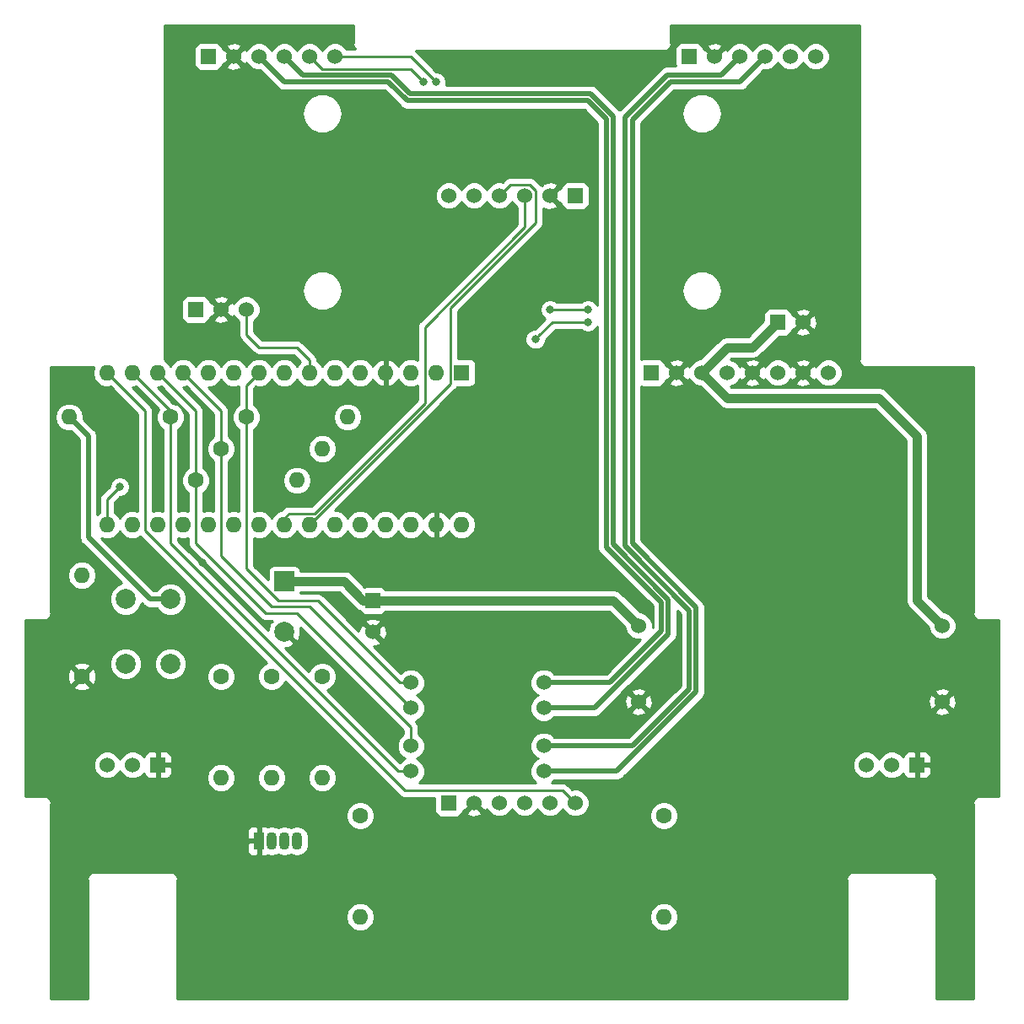
<source format=gbl>
G04 #@! TF.GenerationSoftware,KiCad,Pcbnew,(5.0.2)-1*
G04 #@! TF.CreationDate,2019-01-31T21:33:12+01:00*
G04 #@! TF.ProjectId,bigmax,6269676d-6178-42e6-9b69-6361645f7063,v1*
G04 #@! TF.SameCoordinates,Original*
G04 #@! TF.FileFunction,Copper,L2,Bot*
G04 #@! TF.FilePolarity,Positive*
%FSLAX46Y46*%
G04 Gerber Fmt 4.6, Leading zero omitted, Abs format (unit mm)*
G04 Created by KiCad (PCBNEW (5.0.2)-1) date 31/01/2019 21:33:12*
%MOMM*%
%LPD*%
G01*
G04 APERTURE LIST*
G04 #@! TA.AperFunction,ComponentPad*
%ADD10C,1.524000*%
G04 #@! TD*
G04 #@! TA.AperFunction,ComponentPad*
%ADD11R,1.524000X1.524000*%
G04 #@! TD*
G04 #@! TA.AperFunction,ComponentPad*
%ADD12O,1.070000X1.800000*%
G04 #@! TD*
G04 #@! TA.AperFunction,ComponentPad*
%ADD13R,1.070000X1.800000*%
G04 #@! TD*
G04 #@! TA.AperFunction,ComponentPad*
%ADD14C,1.600000*%
G04 #@! TD*
G04 #@! TA.AperFunction,ComponentPad*
%ADD15O,1.600000X1.600000*%
G04 #@! TD*
G04 #@! TA.AperFunction,ComponentPad*
%ADD16C,2.000000*%
G04 #@! TD*
G04 #@! TA.AperFunction,ComponentPad*
%ADD17R,1.600000X1.600000*%
G04 #@! TD*
G04 #@! TA.AperFunction,ComponentPad*
%ADD18R,2.000000X2.000000*%
G04 #@! TD*
G04 #@! TA.AperFunction,ViaPad*
%ADD19C,0.800000*%
G04 #@! TD*
G04 #@! TA.AperFunction,Conductor*
%ADD20C,0.250000*%
G04 #@! TD*
G04 #@! TA.AperFunction,Conductor*
%ADD21C,0.500000*%
G04 #@! TD*
G04 #@! TA.AperFunction,Conductor*
%ADD22C,0.900000*%
G04 #@! TD*
G04 #@! TA.AperFunction,Conductor*
%ADD23C,0.254000*%
G04 #@! TD*
G04 APERTURE END LIST*
D10*
G04 #@! TO.P,U6,1*
G04 #@! TO.N,+BATT*
X193040000Y-111760000D03*
G04 #@! TO.P,U6,3*
G04 #@! TO.N,+6V*
X162560000Y-111760000D03*
G04 #@! TO.P,U6,2*
G04 #@! TO.N,GND*
X193040000Y-119380000D03*
G04 #@! TO.P,U6,4*
X162560000Y-119380000D03*
G04 #@! TD*
D11*
G04 #@! TO.P,U10,1*
G04 #@! TO.N,+BATT*
X176530000Y-81280000D03*
D10*
G04 #@! TO.P,U10,2*
G04 #@! TO.N,GND*
X179070000Y-81280000D03*
G04 #@! TD*
D11*
G04 #@! TO.P,U9,1*
G04 #@! TO.N,+6V*
X135890000Y-109220000D03*
D10*
G04 #@! TO.P,U9,2*
G04 #@! TO.N,GND*
X135890000Y-112395000D03*
G04 #@! TO.P,U9,3*
G04 #@! TO.N,/in1*
X139700000Y-117475000D03*
G04 #@! TO.P,U9,4*
G04 #@! TO.N,/in2*
X139700000Y-120015000D03*
G04 #@! TO.P,U9,5*
G04 #@! TO.N,/in3*
X139700000Y-123825000D03*
G04 #@! TO.P,U9,6*
G04 #@! TO.N,/in4*
X139700000Y-126365000D03*
G04 #@! TO.P,U9,7*
G04 #@! TO.N,/M1*
X153035000Y-117475000D03*
G04 #@! TO.P,U9,8*
G04 #@! TO.N,/M2*
X153035000Y-120015000D03*
G04 #@! TO.P,U9,9*
G04 #@! TO.N,/M3*
X153035000Y-123825000D03*
G04 #@! TO.P,U9,10*
G04 #@! TO.N,/M4*
X153035000Y-126365000D03*
G04 #@! TD*
G04 #@! TO.P,U4,6*
G04 #@! TO.N,/c2_b*
X180340000Y-54610000D03*
G04 #@! TO.P,U4,5*
G04 #@! TO.N,/c1_b*
X177800000Y-54610000D03*
G04 #@! TO.P,U4,4*
G04 #@! TO.N,/M4*
X175260000Y-54610000D03*
G04 #@! TO.P,U4,3*
G04 #@! TO.N,/M3*
X172720000Y-54610000D03*
G04 #@! TO.P,U4,2*
G04 #@! TO.N,GND*
X170180000Y-54610000D03*
D11*
G04 #@! TO.P,U4,1*
G04 #@! TO.N,VCC*
X167640000Y-54610000D03*
G04 #@! TD*
D10*
G04 #@! TO.P,U8,6*
G04 #@! TO.N,/XSHUT_b*
X143510000Y-68580000D03*
G04 #@! TO.P,U8,5*
G04 #@! TO.N,Net-(U8-Pad5)*
X146050000Y-68580000D03*
G04 #@! TO.P,U8,4*
G04 #@! TO.N,/scl*
X148590000Y-68580000D03*
G04 #@! TO.P,U8,3*
G04 #@! TO.N,/sda*
X151130000Y-68580000D03*
G04 #@! TO.P,U8,2*
G04 #@! TO.N,GND*
X153670000Y-68580000D03*
D11*
G04 #@! TO.P,U8,1*
G04 #@! TO.N,VCC*
X156210000Y-68580000D03*
G04 #@! TD*
D12*
G04 #@! TO.P,D1,4*
G04 #@! TO.N,Net-(D1-Pad4)*
X128270000Y-133350000D03*
G04 #@! TO.P,D1,3*
G04 #@! TO.N,Net-(D1-Pad3)*
X127000000Y-133350000D03*
G04 #@! TO.P,D1,2*
G04 #@! TO.N,Net-(D1-Pad2)*
X125730000Y-133350000D03*
D13*
G04 #@! TO.P,D1,1*
G04 #@! TO.N,GND*
X124460000Y-133350000D03*
G04 #@! TD*
D14*
G04 #@! TO.P,R1,1*
G04 #@! TO.N,Net-(A1-Pad22)*
X130810000Y-116840000D03*
D15*
G04 #@! TO.P,R1,2*
G04 #@! TO.N,Net-(D1-Pad4)*
X130810000Y-127000000D03*
G04 #@! TD*
G04 #@! TO.P,R2,2*
G04 #@! TO.N,Net-(D1-Pad3)*
X125730000Y-127000000D03*
D14*
G04 #@! TO.P,R2,1*
G04 #@! TO.N,Net-(A1-Pad21)*
X125730000Y-116840000D03*
G04 #@! TD*
G04 #@! TO.P,R3,1*
G04 #@! TO.N,GND*
X106680000Y-116840000D03*
D15*
G04 #@! TO.P,R3,2*
G04 #@! TO.N,Net-(A1-Pad19)*
X106680000Y-106680000D03*
G04 #@! TD*
G04 #@! TO.P,R4,2*
G04 #@! TO.N,Net-(D1-Pad2)*
X120650000Y-127000000D03*
D14*
G04 #@! TO.P,R4,1*
G04 #@! TO.N,Net-(A1-Pad20)*
X120650000Y-116840000D03*
G04 #@! TD*
D16*
G04 #@! TO.P,SW1,1*
G04 #@! TO.N,VCC*
X115570000Y-115570000D03*
G04 #@! TO.P,SW1,2*
G04 #@! TO.N,Net-(A1-Pad19)*
X111070000Y-115570000D03*
G04 #@! TO.P,SW1,1*
G04 #@! TO.N,VCC*
X115570000Y-109070000D03*
G04 #@! TO.P,SW1,2*
G04 #@! TO.N,Net-(A1-Pad19)*
X111070000Y-109070000D03*
G04 #@! TD*
D10*
G04 #@! TO.P,U1,2*
G04 #@! TO.N,VCC*
X111760000Y-125730000D03*
G04 #@! TO.P,U1,3*
G04 #@! TO.N,/out_a*
X109220000Y-125730000D03*
D11*
G04 #@! TO.P,U1,1*
G04 #@! TO.N,GND*
X114300000Y-125730000D03*
G04 #@! TD*
G04 #@! TO.P,U2,1*
G04 #@! TO.N,GND*
X190500000Y-125730000D03*
D10*
G04 #@! TO.P,U2,3*
G04 #@! TO.N,/out_b*
X185420000Y-125730000D03*
G04 #@! TO.P,U2,2*
G04 #@! TO.N,VCC*
X187960000Y-125730000D03*
G04 #@! TD*
D11*
G04 #@! TO.P,U3,1*
G04 #@! TO.N,VCC*
X119380000Y-54610000D03*
D10*
G04 #@! TO.P,U3,2*
G04 #@! TO.N,GND*
X121920000Y-54610000D03*
G04 #@! TO.P,U3,3*
G04 #@! TO.N,/M1*
X124460000Y-54610000D03*
G04 #@! TO.P,U3,4*
G04 #@! TO.N,/M2*
X127000000Y-54610000D03*
G04 #@! TO.P,U3,5*
G04 #@! TO.N,/c1_a*
X129540000Y-54610000D03*
G04 #@! TO.P,U3,6*
G04 #@! TO.N,/c2_a*
X132080000Y-54610000D03*
G04 #@! TD*
D11*
G04 #@! TO.P,U5,1*
G04 #@! TO.N,Net-(U5-Pad1)*
X163830000Y-86360000D03*
D10*
G04 #@! TO.P,U5,2*
G04 #@! TO.N,GND*
X166370000Y-86360000D03*
G04 #@! TO.P,U5,3*
G04 #@! TO.N,+BATT*
X168910000Y-86360000D03*
G04 #@! TO.P,U5,4*
G04 #@! TO.N,Net-(U5-Pad4)*
X171450000Y-86360000D03*
G04 #@! TO.P,U5,5*
G04 #@! TO.N,GND*
X173990000Y-86360000D03*
G04 #@! TO.P,U5,6*
G04 #@! TO.N,Net-(U5-Pad6)*
X176530000Y-86360000D03*
G04 #@! TO.P,U5,7*
G04 #@! TO.N,GND*
X179070000Y-86360000D03*
G04 #@! TO.P,U5,8*
G04 #@! TO.N,VCC*
X181610000Y-86360000D03*
G04 #@! TD*
D11*
G04 #@! TO.P,U7,1*
G04 #@! TO.N,VCC*
X143510000Y-129540000D03*
D10*
G04 #@! TO.P,U7,2*
G04 #@! TO.N,GND*
X146050000Y-129540000D03*
G04 #@! TO.P,U7,3*
G04 #@! TO.N,/sda*
X148590000Y-129540000D03*
G04 #@! TO.P,U7,4*
G04 #@! TO.N,/scl*
X151130000Y-129540000D03*
G04 #@! TO.P,U7,5*
G04 #@! TO.N,Net-(U7-Pad5)*
X153670000Y-129540000D03*
G04 #@! TO.P,U7,6*
G04 #@! TO.N,/XSHUT_a*
X156210000Y-129540000D03*
G04 #@! TD*
D14*
G04 #@! TO.P,R5,1*
G04 #@! TO.N,/scl*
X165100000Y-130810000D03*
D15*
G04 #@! TO.P,R5,2*
G04 #@! TO.N,VCC*
X165100000Y-140970000D03*
G04 #@! TD*
G04 #@! TO.P,R6,2*
G04 #@! TO.N,VCC*
X134620000Y-140970000D03*
D14*
G04 #@! TO.P,R6,1*
G04 #@! TO.N,/sda*
X134620000Y-130810000D03*
G04 #@! TD*
D15*
G04 #@! TO.P,A1,16*
G04 #@! TO.N,/XSHUT_b*
X109220000Y-101600000D03*
G04 #@! TO.P,A1,15*
G04 #@! TO.N,/XSHUT_a*
X109220000Y-86360000D03*
G04 #@! TO.P,A1,30*
G04 #@! TO.N,Net-(A1-Pad30)*
X144780000Y-101600000D03*
G04 #@! TO.P,A1,14*
G04 #@! TO.N,/in4*
X111760000Y-86360000D03*
G04 #@! TO.P,A1,29*
G04 #@! TO.N,GND*
X142240000Y-101600000D03*
G04 #@! TO.P,A1,13*
G04 #@! TO.N,/in3*
X114300000Y-86360000D03*
G04 #@! TO.P,A1,28*
G04 #@! TO.N,Net-(A1-Pad28)*
X139700000Y-101600000D03*
G04 #@! TO.P,A1,12*
G04 #@! TO.N,/in2*
X116840000Y-86360000D03*
G04 #@! TO.P,A1,27*
G04 #@! TO.N,VCC*
X137160000Y-101600000D03*
G04 #@! TO.P,A1,11*
G04 #@! TO.N,/c2_b*
X119380000Y-86360000D03*
G04 #@! TO.P,A1,26*
G04 #@! TO.N,/out_b*
X134620000Y-101600000D03*
G04 #@! TO.P,A1,10*
G04 #@! TO.N,/c2_a*
X121920000Y-86360000D03*
G04 #@! TO.P,A1,25*
G04 #@! TO.N,/out_a*
X132080000Y-101600000D03*
G04 #@! TO.P,A1,9*
G04 #@! TO.N,/in1*
X124460000Y-86360000D03*
G04 #@! TO.P,A1,24*
G04 #@! TO.N,/scl*
X129540000Y-101600000D03*
G04 #@! TO.P,A1,8*
G04 #@! TO.N,Net-(A1-Pad8)*
X127000000Y-86360000D03*
G04 #@! TO.P,A1,23*
G04 #@! TO.N,/sda*
X127000000Y-101600000D03*
G04 #@! TO.P,A1,7*
G04 #@! TO.N,Net-(A1-Pad7)*
X129540000Y-86360000D03*
G04 #@! TO.P,A1,22*
G04 #@! TO.N,Net-(A1-Pad22)*
X124460000Y-101600000D03*
G04 #@! TO.P,A1,6*
G04 #@! TO.N,/c1_b*
X132080000Y-86360000D03*
G04 #@! TO.P,A1,21*
G04 #@! TO.N,Net-(A1-Pad21)*
X121920000Y-101600000D03*
G04 #@! TO.P,A1,5*
G04 #@! TO.N,/c1_a*
X134620000Y-86360000D03*
G04 #@! TO.P,A1,20*
G04 #@! TO.N,Net-(A1-Pad20)*
X119380000Y-101600000D03*
G04 #@! TO.P,A1,4*
G04 #@! TO.N,GND*
X137160000Y-86360000D03*
G04 #@! TO.P,A1,19*
G04 #@! TO.N,Net-(A1-Pad19)*
X116840000Y-101600000D03*
G04 #@! TO.P,A1,3*
G04 #@! TO.N,Net-(A1-Pad3)*
X139700000Y-86360000D03*
G04 #@! TO.P,A1,18*
G04 #@! TO.N,Net-(A1-Pad18)*
X114300000Y-101600000D03*
G04 #@! TO.P,A1,2*
G04 #@! TO.N,Net-(A1-Pad2)*
X142240000Y-86360000D03*
G04 #@! TO.P,A1,17*
G04 #@! TO.N,Net-(A1-Pad17)*
X111760000Y-101600000D03*
D17*
G04 #@! TO.P,A1,1*
G04 #@! TO.N,Net-(A1-Pad1)*
X144780000Y-86360000D03*
G04 #@! TD*
D18*
G04 #@! TO.P,C1,1*
G04 #@! TO.N,+6V*
X127000000Y-107315000D03*
D16*
G04 #@! TO.P,C1,2*
G04 #@! TO.N,GND*
X127000000Y-112315000D03*
G04 #@! TD*
D15*
G04 #@! TO.P,R7,2*
G04 #@! TO.N,VCC*
X133350000Y-90805000D03*
D14*
G04 #@! TO.P,R7,1*
G04 #@! TO.N,/in1*
X123190000Y-90805000D03*
G04 #@! TD*
G04 #@! TO.P,R8,1*
G04 #@! TO.N,/in2*
X120650000Y-93980000D03*
D15*
G04 #@! TO.P,R8,2*
G04 #@! TO.N,VCC*
X130810000Y-93980000D03*
G04 #@! TD*
G04 #@! TO.P,R9,2*
G04 #@! TO.N,VCC*
X128270000Y-97155000D03*
D14*
G04 #@! TO.P,R9,1*
G04 #@! TO.N,/in3*
X118110000Y-97155000D03*
G04 #@! TD*
D15*
G04 #@! TO.P,R10,2*
G04 #@! TO.N,VCC*
X105410000Y-90805000D03*
D14*
G04 #@! TO.P,R10,1*
G04 #@! TO.N,/in4*
X115570000Y-90805000D03*
G04 #@! TD*
D11*
G04 #@! TO.P,U11,1*
G04 #@! TO.N,VCC*
X118110000Y-80010000D03*
D10*
G04 #@! TO.P,U11,2*
G04 #@! TO.N,GND*
X120650000Y-80010000D03*
G04 #@! TO.P,U11,3*
G04 #@! TO.N,Net-(A1-Pad7)*
X123190000Y-80010000D03*
G04 #@! TD*
D19*
G04 #@! TO.N,/XSHUT_b*
X110490000Y-97790000D03*
G04 #@! TO.N,/c2_b*
X157480000Y-81280000D03*
X152204840Y-82989840D03*
G04 #@! TO.N,/c2_a*
X142240000Y-57150000D03*
G04 #@! TO.N,/c1_b*
X157480000Y-80010000D03*
X153670000Y-80010000D03*
G04 #@! TO.N,/c1_a*
X140970000Y-57150000D03*
G04 #@! TO.N,GND*
X109220000Y-121920000D03*
X125730000Y-93980000D03*
X121920000Y-97155000D03*
X119380000Y-91440000D03*
X116840000Y-94615000D03*
X114300000Y-97155000D03*
X144780000Y-73660000D03*
X120650000Y-62865000D03*
X134620000Y-62865000D03*
X120650000Y-75565000D03*
X134620000Y-75565000D03*
X166370000Y-62865000D03*
X166370000Y-75565000D03*
X180340000Y-75565000D03*
X180340000Y-62865000D03*
X148590000Y-93980000D03*
X148590000Y-111760000D03*
X194310000Y-93980000D03*
X194310000Y-105410000D03*
X166370000Y-105410000D03*
X105410000Y-144780000D03*
X166370000Y-144780000D03*
X180340000Y-144780000D03*
X180340000Y-132080000D03*
X194310000Y-144780000D03*
X180340000Y-118110000D03*
X148590000Y-63500000D03*
X135890000Y-92075000D03*
X148590000Y-79375000D03*
X125730000Y-121920000D03*
X166370000Y-132080000D03*
X180340000Y-105410000D03*
X180340000Y-93980000D03*
X135890000Y-121920000D03*
X166370000Y-93980000D03*
X194310000Y-132080000D03*
X194310000Y-118110000D03*
X148590000Y-132080000D03*
X105410000Y-132080000D03*
X109220000Y-111760000D03*
X148590000Y-105410000D03*
X148590000Y-54610000D03*
X165383963Y-117893939D03*
X154940000Y-57119979D03*
X148590000Y-144780000D03*
X125730000Y-144780000D03*
X118745000Y-105410000D03*
X109855000Y-93980000D03*
X133350000Y-99695000D03*
X138430000Y-95885000D03*
X114300000Y-92075000D03*
G04 #@! TD*
D20*
G04 #@! TO.N,/XSHUT_b*
X109220000Y-101600000D02*
X109220000Y-99060000D01*
X109220000Y-99060000D02*
X110490000Y-97790000D01*
G04 #@! TO.N,/XSHUT_a*
X110019999Y-87159999D02*
X109220000Y-86360000D01*
X113030000Y-90170000D02*
X110019999Y-87159999D01*
X113030000Y-102236411D02*
X113030000Y-90170000D01*
X139063589Y-128270000D02*
X113030000Y-102236411D01*
X156210000Y-129540000D02*
X154940000Y-128270000D01*
X154940000Y-128270000D02*
X139063589Y-128270000D01*
G04 #@! TO.N,/in4*
X115570000Y-90170000D02*
X111760000Y-86360000D01*
X115570000Y-103505000D02*
X115570000Y-90170000D01*
X139700000Y-126365000D02*
X138430000Y-126365000D01*
X138430000Y-126365000D02*
X115570000Y-103505000D01*
G04 #@! TO.N,/in3*
X115099999Y-87159999D02*
X114300000Y-86360000D01*
X139700000Y-121920000D02*
X128270000Y-110490000D01*
X139700000Y-123825000D02*
X139700000Y-121920000D01*
X128270000Y-110490000D02*
X125095000Y-110490000D01*
X125095000Y-110490000D02*
X118110000Y-103505000D01*
X118110000Y-103505000D02*
X118110000Y-90170000D01*
X118110000Y-90170000D02*
X115099999Y-87159999D01*
G04 #@! TO.N,/in2*
X117639999Y-87159999D02*
X116840000Y-86360000D01*
X120650000Y-90170000D02*
X117639999Y-87159999D01*
X120650000Y-104775000D02*
X120650000Y-90170000D01*
X125730000Y-109855000D02*
X120650000Y-104775000D01*
X139700000Y-120015000D02*
X129540000Y-109855000D01*
X129540000Y-109855000D02*
X125730000Y-109855000D01*
D21*
G04 #@! TO.N,VCC*
X113515000Y-109070000D02*
X115570000Y-109070000D01*
X107315000Y-102870000D02*
X113515000Y-109070000D01*
X107315000Y-92710000D02*
X107315000Y-102870000D01*
X105410000Y-90805000D02*
X107315000Y-92710000D01*
D20*
G04 #@! TO.N,/c2_b*
X152604839Y-82589841D02*
X152204840Y-82989840D01*
X157480000Y-81280000D02*
X153914680Y-81280000D01*
X153914680Y-81280000D02*
X152604839Y-82589841D01*
G04 #@! TO.N,/c2_a*
X133350000Y-54610000D02*
X132080000Y-54610000D01*
X142240000Y-57150000D02*
X139700000Y-54610000D01*
X139700000Y-54610000D02*
X133350000Y-54610000D01*
G04 #@! TO.N,/in1*
X124460000Y-86360000D02*
X123190000Y-87630000D01*
X123190000Y-87630000D02*
X123190000Y-106043590D01*
X138622370Y-117475000D02*
X139700000Y-117475000D01*
X126366410Y-109220000D02*
X130367370Y-109220000D01*
X130367370Y-109220000D02*
X138622370Y-117475000D01*
X123190000Y-106043590D02*
X126366410Y-109220000D01*
G04 #@! TO.N,/scl*
X149351999Y-67818001D02*
X148590000Y-68580000D01*
X149677001Y-67492999D02*
X149351999Y-67818001D01*
X151651761Y-67492999D02*
X149677001Y-67492999D01*
X152217001Y-68058239D02*
X151651761Y-67492999D01*
X152217001Y-71305819D02*
X152217001Y-68058239D01*
X143654999Y-79867821D02*
X152217001Y-71305819D01*
X143654999Y-87485001D02*
X143654999Y-79867821D01*
X129540000Y-101600000D02*
X143654999Y-87485001D01*
G04 #@! TO.N,/sda*
X151130000Y-69657630D02*
X151130000Y-68580000D01*
X151130000Y-71756410D02*
X151130000Y-69657630D01*
X127000000Y-100965000D02*
X127490001Y-100474999D01*
X127000000Y-101600000D02*
X127000000Y-100965000D01*
X127490001Y-100474999D02*
X130028591Y-100474999D01*
X130028591Y-100474999D02*
X141114999Y-89388591D01*
X141114999Y-89388591D02*
X141114999Y-81771411D01*
X141114999Y-81771411D02*
X151130000Y-71756410D01*
G04 #@! TO.N,Net-(A1-Pad7)*
X129540000Y-85090000D02*
X129540000Y-86360000D01*
X128270000Y-83820000D02*
X129540000Y-85090000D01*
X124460000Y-83820000D02*
X128270000Y-83820000D01*
X123190000Y-80010000D02*
X123190000Y-82550000D01*
X123190000Y-82550000D02*
X124460000Y-83820000D01*
G04 #@! TO.N,/c1_b*
X157480000Y-80010000D02*
X153670000Y-80010000D01*
G04 #@! TO.N,/c1_a*
X130815022Y-55874978D02*
X139694978Y-55874978D01*
X129540000Y-54610000D02*
X130810000Y-55880000D01*
X130810000Y-55880000D02*
X130815022Y-55874978D01*
X140570001Y-56750001D02*
X140970000Y-57150000D01*
X139694978Y-55874978D02*
X140570001Y-56750001D01*
D21*
G04 #@! TO.N,/M1*
X139345035Y-59055000D02*
X137440036Y-57150000D01*
X159319989Y-103869883D02*
X159319989Y-60894989D01*
X153035000Y-117475000D02*
X159665036Y-117475000D01*
X131343153Y-57150000D02*
X131338132Y-57155021D01*
X127005021Y-57155021D02*
X125221999Y-55371999D01*
X131338132Y-57155021D02*
X127005021Y-57155021D01*
X164850000Y-109399894D02*
X159319989Y-103869883D01*
X159665036Y-117475000D02*
X164850000Y-112290036D01*
X159319989Y-60894989D02*
X157480000Y-59055000D01*
X157480000Y-59055000D02*
X139345035Y-59055000D01*
X137440036Y-57150000D02*
X131343153Y-57150000D01*
X164850000Y-112290036D02*
X164850000Y-109399894D01*
X125221999Y-55371999D02*
X124460000Y-54610000D01*
G04 #@! TO.N,/M2*
X158115000Y-120015000D02*
X154112630Y-120015000D01*
X165550011Y-112579990D02*
X158115000Y-120015000D01*
X165550011Y-109109940D02*
X165550011Y-112579990D01*
X157769954Y-58354989D02*
X160020000Y-60605035D01*
X160020000Y-103579929D02*
X165550011Y-109109940D01*
X139634989Y-58354989D02*
X157769954Y-58354989D01*
X131053199Y-56449989D02*
X137729989Y-56449989D01*
X137729989Y-56449989D02*
X139634989Y-58354989D01*
X154112630Y-120015000D02*
X153035000Y-120015000D01*
X131048178Y-56455010D02*
X131053199Y-56449989D01*
X160020000Y-60605035D02*
X160020000Y-103579929D01*
X127000000Y-54610000D02*
X128845010Y-56455010D01*
X128845010Y-56455010D02*
X131048178Y-56455010D01*
G04 #@! TO.N,/M4*
X168340011Y-109920010D02*
X161925000Y-103504999D01*
X172720000Y-57150000D02*
X174498001Y-55371999D01*
X168340011Y-118399954D02*
X168340011Y-109920010D01*
X174498001Y-55371999D02*
X175260000Y-54610000D01*
X160374965Y-126365000D02*
X168340011Y-118399954D01*
X153035000Y-126365000D02*
X160374965Y-126365000D01*
X165735000Y-57150000D02*
X172720000Y-57150000D01*
X161925000Y-103504999D02*
X161925000Y-60960000D01*
X161925000Y-60960000D02*
X165735000Y-57150000D01*
G04 #@! TO.N,/M3*
X167640000Y-110209964D02*
X161170021Y-103739986D01*
X165445046Y-56449989D02*
X170880011Y-56449989D01*
X161170021Y-103739986D02*
X161170021Y-60725014D01*
X161170021Y-60725014D02*
X165445046Y-56449989D01*
X170880011Y-56449989D02*
X171958001Y-55371999D01*
X161925000Y-123825000D02*
X167640000Y-118110000D01*
X153035000Y-123825000D02*
X161925000Y-123825000D01*
X171958001Y-55371999D02*
X172720000Y-54610000D01*
X167640000Y-118110000D02*
X167640000Y-110209964D01*
D22*
G04 #@! TO.N,+BATT*
X190500000Y-109220000D02*
X193040000Y-111760000D01*
X190500000Y-92710000D02*
X190500000Y-109220000D01*
X186690000Y-88900000D02*
X190500000Y-92710000D01*
X168910000Y-86360000D02*
X171450000Y-88900000D01*
X171450000Y-88900000D02*
X186690000Y-88900000D01*
X171450000Y-83820000D02*
X168910000Y-86360000D01*
X176530000Y-81280000D02*
X173990000Y-83820000D01*
X173990000Y-83820000D02*
X171450000Y-83820000D01*
G04 #@! TO.N,+6V*
X160020000Y-109220000D02*
X135890000Y-109220000D01*
X162560000Y-111760000D02*
X160020000Y-109220000D01*
X128250000Y-107315000D02*
X127000000Y-107315000D01*
X132973000Y-107315000D02*
X128250000Y-107315000D01*
X134878000Y-109220000D02*
X132973000Y-107315000D01*
X135890000Y-109220000D02*
X134878000Y-109220000D01*
G04 #@! TD*
D23*
G04 #@! TO.N,GND*
G36*
X184710001Y-85020069D02*
X184696091Y-85090000D01*
X184751195Y-85367028D01*
X184908119Y-85601881D01*
X185142972Y-85758805D01*
X185350074Y-85800000D01*
X185350075Y-85800000D01*
X185420000Y-85813909D01*
X185489926Y-85800000D01*
X196140000Y-85800000D01*
X196140001Y-110420069D01*
X196126091Y-110490000D01*
X196181195Y-110767028D01*
X196338119Y-111001881D01*
X196572972Y-111158805D01*
X196780074Y-111200000D01*
X196780075Y-111200000D01*
X196850000Y-111213909D01*
X196919926Y-111200000D01*
X198680000Y-111200000D01*
X198680001Y-128830000D01*
X196919925Y-128830000D01*
X196850000Y-128816091D01*
X196780074Y-128830000D01*
X196572972Y-128871195D01*
X196338119Y-129028119D01*
X196181195Y-129262972D01*
X196126091Y-129540000D01*
X196140000Y-129609925D01*
X196140001Y-149150000D01*
X192480000Y-149150000D01*
X192480000Y-137229926D01*
X192493909Y-137160000D01*
X192438805Y-136882972D01*
X192281881Y-136648119D01*
X192047028Y-136491195D01*
X191839926Y-136450000D01*
X191770000Y-136436091D01*
X191700075Y-136450000D01*
X184219925Y-136450000D01*
X184150000Y-136436091D01*
X184080074Y-136450000D01*
X183872972Y-136491195D01*
X183638119Y-136648119D01*
X183481195Y-136882972D01*
X183426091Y-137160000D01*
X183440000Y-137229926D01*
X183440001Y-149150000D01*
X116280000Y-149150000D01*
X116280000Y-140970000D01*
X133156887Y-140970000D01*
X133268260Y-141529909D01*
X133585423Y-142004577D01*
X134060091Y-142321740D01*
X134478667Y-142405000D01*
X134761333Y-142405000D01*
X135179909Y-142321740D01*
X135654577Y-142004577D01*
X135971740Y-141529909D01*
X136083113Y-140970000D01*
X163636887Y-140970000D01*
X163748260Y-141529909D01*
X164065423Y-142004577D01*
X164540091Y-142321740D01*
X164958667Y-142405000D01*
X165241333Y-142405000D01*
X165659909Y-142321740D01*
X166134577Y-142004577D01*
X166451740Y-141529909D01*
X166563113Y-140970000D01*
X166451740Y-140410091D01*
X166134577Y-139935423D01*
X165659909Y-139618260D01*
X165241333Y-139535000D01*
X164958667Y-139535000D01*
X164540091Y-139618260D01*
X164065423Y-139935423D01*
X163748260Y-140410091D01*
X163636887Y-140970000D01*
X136083113Y-140970000D01*
X135971740Y-140410091D01*
X135654577Y-139935423D01*
X135179909Y-139618260D01*
X134761333Y-139535000D01*
X134478667Y-139535000D01*
X134060091Y-139618260D01*
X133585423Y-139935423D01*
X133268260Y-140410091D01*
X133156887Y-140970000D01*
X116280000Y-140970000D01*
X116280000Y-137229926D01*
X116293909Y-137160000D01*
X116238805Y-136882972D01*
X116081881Y-136648119D01*
X115847028Y-136491195D01*
X115639926Y-136450000D01*
X115639925Y-136450000D01*
X115570000Y-136436091D01*
X115500074Y-136450000D01*
X108019926Y-136450000D01*
X107950000Y-136436091D01*
X107880075Y-136450000D01*
X107880074Y-136450000D01*
X107672972Y-136491195D01*
X107438119Y-136648119D01*
X107281195Y-136882972D01*
X107226091Y-137160000D01*
X107240001Y-137229931D01*
X107240000Y-149150000D01*
X103580000Y-149150000D01*
X103580000Y-133635750D01*
X123290000Y-133635750D01*
X123290000Y-134376310D01*
X123386673Y-134609699D01*
X123565302Y-134788327D01*
X123798691Y-134885000D01*
X124174250Y-134885000D01*
X124333000Y-134726250D01*
X124333000Y-133477000D01*
X123448750Y-133477000D01*
X123290000Y-133635750D01*
X103580000Y-133635750D01*
X103580000Y-132323690D01*
X123290000Y-132323690D01*
X123290000Y-133064250D01*
X123448750Y-133223000D01*
X124333000Y-133223000D01*
X124333000Y-132869770D01*
X124560000Y-132869770D01*
X124560000Y-133830231D01*
X124587000Y-133965969D01*
X124587000Y-134726250D01*
X124745750Y-134885000D01*
X125121309Y-134885000D01*
X125281399Y-134818688D01*
X125730000Y-134907921D01*
X126186511Y-134817115D01*
X126365001Y-134697853D01*
X126543490Y-134817115D01*
X127000000Y-134907921D01*
X127456511Y-134817115D01*
X127635001Y-134697853D01*
X127813490Y-134817115D01*
X128270000Y-134907921D01*
X128726511Y-134817115D01*
X129113523Y-134558523D01*
X129372115Y-134171511D01*
X129440000Y-133830230D01*
X129440000Y-132869769D01*
X129372115Y-132528489D01*
X129113523Y-132141477D01*
X128726510Y-131882885D01*
X128270000Y-131792079D01*
X127813489Y-131882885D01*
X127635000Y-132002147D01*
X127456510Y-131882885D01*
X127000000Y-131792079D01*
X126543489Y-131882885D01*
X126365000Y-132002147D01*
X126186510Y-131882885D01*
X125730000Y-131792079D01*
X125281399Y-131881312D01*
X125121309Y-131815000D01*
X124745750Y-131815000D01*
X124587000Y-131973750D01*
X124587000Y-132734032D01*
X124560000Y-132869770D01*
X124333000Y-132869770D01*
X124333000Y-131973750D01*
X124174250Y-131815000D01*
X123798691Y-131815000D01*
X123565302Y-131911673D01*
X123386673Y-132090301D01*
X123290000Y-132323690D01*
X103580000Y-132323690D01*
X103580000Y-130524561D01*
X133185000Y-130524561D01*
X133185000Y-131095439D01*
X133403466Y-131622862D01*
X133807138Y-132026534D01*
X134334561Y-132245000D01*
X134905439Y-132245000D01*
X135432862Y-132026534D01*
X135836534Y-131622862D01*
X136055000Y-131095439D01*
X136055000Y-130524561D01*
X135836534Y-129997138D01*
X135432862Y-129593466D01*
X134905439Y-129375000D01*
X134334561Y-129375000D01*
X133807138Y-129593466D01*
X133403466Y-129997138D01*
X133185000Y-130524561D01*
X103580000Y-130524561D01*
X103580000Y-129609925D01*
X103593909Y-129540000D01*
X103538805Y-129262972D01*
X103381881Y-129028119D01*
X103147028Y-128871195D01*
X102939926Y-128830000D01*
X102939925Y-128830000D01*
X102870000Y-128816091D01*
X102800074Y-128830000D01*
X101040000Y-128830000D01*
X101040000Y-125452119D01*
X107823000Y-125452119D01*
X107823000Y-126007881D01*
X108035680Y-126521337D01*
X108428663Y-126914320D01*
X108942119Y-127127000D01*
X109497881Y-127127000D01*
X110011337Y-126914320D01*
X110404320Y-126521337D01*
X110490000Y-126314487D01*
X110575680Y-126521337D01*
X110968663Y-126914320D01*
X111482119Y-127127000D01*
X112037881Y-127127000D01*
X112551337Y-126914320D01*
X112903000Y-126562657D01*
X112903000Y-126618310D01*
X112999673Y-126851699D01*
X113178302Y-127030327D01*
X113411691Y-127127000D01*
X114014250Y-127127000D01*
X114173000Y-126968250D01*
X114173000Y-125857000D01*
X114427000Y-125857000D01*
X114427000Y-126968250D01*
X114585750Y-127127000D01*
X115188309Y-127127000D01*
X115421698Y-127030327D01*
X115452025Y-127000000D01*
X119186887Y-127000000D01*
X119298260Y-127559909D01*
X119615423Y-128034577D01*
X120090091Y-128351740D01*
X120508667Y-128435000D01*
X120791333Y-128435000D01*
X121209909Y-128351740D01*
X121684577Y-128034577D01*
X122001740Y-127559909D01*
X122113113Y-127000000D01*
X124266887Y-127000000D01*
X124378260Y-127559909D01*
X124695423Y-128034577D01*
X125170091Y-128351740D01*
X125588667Y-128435000D01*
X125871333Y-128435000D01*
X126289909Y-128351740D01*
X126764577Y-128034577D01*
X127081740Y-127559909D01*
X127193113Y-127000000D01*
X129346887Y-127000000D01*
X129458260Y-127559909D01*
X129775423Y-128034577D01*
X130250091Y-128351740D01*
X130668667Y-128435000D01*
X130951333Y-128435000D01*
X131369909Y-128351740D01*
X131844577Y-128034577D01*
X132161740Y-127559909D01*
X132273113Y-127000000D01*
X132161740Y-126440091D01*
X131844577Y-125965423D01*
X131369909Y-125648260D01*
X130951333Y-125565000D01*
X130668667Y-125565000D01*
X130250091Y-125648260D01*
X129775423Y-125965423D01*
X129458260Y-126440091D01*
X129346887Y-127000000D01*
X127193113Y-127000000D01*
X127081740Y-126440091D01*
X126764577Y-125965423D01*
X126289909Y-125648260D01*
X125871333Y-125565000D01*
X125588667Y-125565000D01*
X125170091Y-125648260D01*
X124695423Y-125965423D01*
X124378260Y-126440091D01*
X124266887Y-127000000D01*
X122113113Y-127000000D01*
X122001740Y-126440091D01*
X121684577Y-125965423D01*
X121209909Y-125648260D01*
X120791333Y-125565000D01*
X120508667Y-125565000D01*
X120090091Y-125648260D01*
X119615423Y-125965423D01*
X119298260Y-126440091D01*
X119186887Y-127000000D01*
X115452025Y-127000000D01*
X115600327Y-126851699D01*
X115697000Y-126618310D01*
X115697000Y-126015750D01*
X115538250Y-125857000D01*
X114427000Y-125857000D01*
X114173000Y-125857000D01*
X114153000Y-125857000D01*
X114153000Y-125603000D01*
X114173000Y-125603000D01*
X114173000Y-124491750D01*
X114427000Y-124491750D01*
X114427000Y-125603000D01*
X115538250Y-125603000D01*
X115697000Y-125444250D01*
X115697000Y-124841690D01*
X115600327Y-124608301D01*
X115421698Y-124429673D01*
X115188309Y-124333000D01*
X114585750Y-124333000D01*
X114427000Y-124491750D01*
X114173000Y-124491750D01*
X114014250Y-124333000D01*
X113411691Y-124333000D01*
X113178302Y-124429673D01*
X112999673Y-124608301D01*
X112903000Y-124841690D01*
X112903000Y-124897343D01*
X112551337Y-124545680D01*
X112037881Y-124333000D01*
X111482119Y-124333000D01*
X110968663Y-124545680D01*
X110575680Y-124938663D01*
X110490000Y-125145513D01*
X110404320Y-124938663D01*
X110011337Y-124545680D01*
X109497881Y-124333000D01*
X108942119Y-124333000D01*
X108428663Y-124545680D01*
X108035680Y-124938663D01*
X107823000Y-125452119D01*
X101040000Y-125452119D01*
X101040000Y-117847745D01*
X105851861Y-117847745D01*
X105925995Y-118093864D01*
X106463223Y-118286965D01*
X107033454Y-118259778D01*
X107434005Y-118093864D01*
X107508139Y-117847745D01*
X106680000Y-117019605D01*
X105851861Y-117847745D01*
X101040000Y-117847745D01*
X101040000Y-116623223D01*
X105233035Y-116623223D01*
X105260222Y-117193454D01*
X105426136Y-117594005D01*
X105672255Y-117668139D01*
X106500395Y-116840000D01*
X106859605Y-116840000D01*
X107687745Y-117668139D01*
X107933864Y-117594005D01*
X108126965Y-117056777D01*
X108099778Y-116486546D01*
X107933864Y-116085995D01*
X107687745Y-116011861D01*
X106859605Y-116840000D01*
X106500395Y-116840000D01*
X105672255Y-116011861D01*
X105426136Y-116085995D01*
X105233035Y-116623223D01*
X101040000Y-116623223D01*
X101040000Y-115832255D01*
X105851861Y-115832255D01*
X106680000Y-116660395D01*
X107508139Y-115832255D01*
X107434005Y-115586136D01*
X106896777Y-115393035D01*
X106326546Y-115420222D01*
X105925995Y-115586136D01*
X105851861Y-115832255D01*
X101040000Y-115832255D01*
X101040000Y-115244778D01*
X109435000Y-115244778D01*
X109435000Y-115895222D01*
X109683914Y-116496153D01*
X110143847Y-116956086D01*
X110744778Y-117205000D01*
X111395222Y-117205000D01*
X111996153Y-116956086D01*
X112456086Y-116496153D01*
X112705000Y-115895222D01*
X112705000Y-115244778D01*
X113935000Y-115244778D01*
X113935000Y-115895222D01*
X114183914Y-116496153D01*
X114643847Y-116956086D01*
X115244778Y-117205000D01*
X115895222Y-117205000D01*
X116496153Y-116956086D01*
X116897678Y-116554561D01*
X119215000Y-116554561D01*
X119215000Y-117125439D01*
X119433466Y-117652862D01*
X119837138Y-118056534D01*
X120364561Y-118275000D01*
X120935439Y-118275000D01*
X121462862Y-118056534D01*
X121866534Y-117652862D01*
X122085000Y-117125439D01*
X122085000Y-116554561D01*
X121866534Y-116027138D01*
X121462862Y-115623466D01*
X120935439Y-115405000D01*
X120364561Y-115405000D01*
X119837138Y-115623466D01*
X119433466Y-116027138D01*
X119215000Y-116554561D01*
X116897678Y-116554561D01*
X116956086Y-116496153D01*
X117205000Y-115895222D01*
X117205000Y-115244778D01*
X116956086Y-114643847D01*
X116496153Y-114183914D01*
X115895222Y-113935000D01*
X115244778Y-113935000D01*
X114643847Y-114183914D01*
X114183914Y-114643847D01*
X113935000Y-115244778D01*
X112705000Y-115244778D01*
X112456086Y-114643847D01*
X111996153Y-114183914D01*
X111395222Y-113935000D01*
X110744778Y-113935000D01*
X110143847Y-114183914D01*
X109683914Y-114643847D01*
X109435000Y-115244778D01*
X101040000Y-115244778D01*
X101040000Y-111200000D01*
X102800075Y-111200000D01*
X102870000Y-111213909D01*
X103077661Y-111172603D01*
X103147028Y-111158805D01*
X103381881Y-111001881D01*
X103538805Y-110767028D01*
X103577816Y-110570904D01*
X103580000Y-110559926D01*
X103593909Y-110490000D01*
X103580000Y-110420074D01*
X103580000Y-106680000D01*
X105216887Y-106680000D01*
X105328260Y-107239909D01*
X105645423Y-107714577D01*
X106120091Y-108031740D01*
X106538667Y-108115000D01*
X106821333Y-108115000D01*
X107239909Y-108031740D01*
X107714577Y-107714577D01*
X108031740Y-107239909D01*
X108143113Y-106680000D01*
X108031740Y-106120091D01*
X107714577Y-105645423D01*
X107239909Y-105328260D01*
X106821333Y-105245000D01*
X106538667Y-105245000D01*
X106120091Y-105328260D01*
X105645423Y-105645423D01*
X105328260Y-106120091D01*
X105216887Y-106680000D01*
X103580000Y-106680000D01*
X103580000Y-85800000D01*
X107868321Y-85800000D01*
X107868260Y-85800091D01*
X107756887Y-86360000D01*
X107868260Y-86919909D01*
X108185423Y-87394577D01*
X108660091Y-87711740D01*
X109078667Y-87795000D01*
X109361333Y-87795000D01*
X109543887Y-87758688D01*
X112270001Y-90484803D01*
X112270000Y-100238333D01*
X111901333Y-100165000D01*
X111618667Y-100165000D01*
X111200091Y-100248260D01*
X110725423Y-100565423D01*
X110490000Y-100917758D01*
X110254577Y-100565423D01*
X109980000Y-100381957D01*
X109980000Y-99374801D01*
X110529802Y-98825000D01*
X110695874Y-98825000D01*
X111076280Y-98667431D01*
X111367431Y-98376280D01*
X111525000Y-97995874D01*
X111525000Y-97584126D01*
X111367431Y-97203720D01*
X111076280Y-96912569D01*
X110695874Y-96755000D01*
X110284126Y-96755000D01*
X109903720Y-96912569D01*
X109612569Y-97203720D01*
X109455000Y-97584126D01*
X109455000Y-97750198D01*
X108735528Y-98469671D01*
X108672072Y-98512071D01*
X108629672Y-98575527D01*
X108629671Y-98575528D01*
X108504097Y-98763463D01*
X108491857Y-98825000D01*
X108445112Y-99060000D01*
X108460001Y-99134852D01*
X108460000Y-100381956D01*
X108200000Y-100555683D01*
X108200000Y-92797161D01*
X108217337Y-92710000D01*
X108200000Y-92622839D01*
X108200000Y-92622835D01*
X108148652Y-92364690D01*
X108002424Y-92145845D01*
X108002423Y-92145844D01*
X107953049Y-92071951D01*
X107879156Y-92022577D01*
X106838017Y-90981439D01*
X106873113Y-90805000D01*
X106761740Y-90245091D01*
X106444577Y-89770423D01*
X105969909Y-89453260D01*
X105551333Y-89370000D01*
X105268667Y-89370000D01*
X104850091Y-89453260D01*
X104375423Y-89770423D01*
X104058260Y-90245091D01*
X103946887Y-90805000D01*
X104058260Y-91364909D01*
X104375423Y-91839577D01*
X104850091Y-92156740D01*
X105268667Y-92240000D01*
X105551333Y-92240000D01*
X105586439Y-92233017D01*
X106430000Y-93076579D01*
X106430001Y-102782835D01*
X106412663Y-102870000D01*
X106481348Y-103215309D01*
X106627576Y-103434154D01*
X106627578Y-103434156D01*
X106676952Y-103508049D01*
X106750845Y-103557423D01*
X110662501Y-107469080D01*
X110143847Y-107683914D01*
X109683914Y-108143847D01*
X109435000Y-108744778D01*
X109435000Y-109395222D01*
X109683914Y-109996153D01*
X110143847Y-110456086D01*
X110744778Y-110705000D01*
X111395222Y-110705000D01*
X111996153Y-110456086D01*
X112456086Y-109996153D01*
X112670920Y-109477499D01*
X112827577Y-109634156D01*
X112876951Y-109708049D01*
X112950844Y-109757423D01*
X112950845Y-109757424D01*
X113030023Y-109810329D01*
X113169690Y-109903652D01*
X113427835Y-109955000D01*
X113427839Y-109955000D01*
X113514999Y-109972337D01*
X113602159Y-109955000D01*
X114166868Y-109955000D01*
X114183914Y-109996153D01*
X114643847Y-110456086D01*
X115244778Y-110705000D01*
X115895222Y-110705000D01*
X116496153Y-110456086D01*
X116956086Y-109996153D01*
X117205000Y-109395222D01*
X117205000Y-108744778D01*
X116956086Y-108143847D01*
X116496153Y-107683914D01*
X115895222Y-107435000D01*
X115244778Y-107435000D01*
X114643847Y-107683914D01*
X114183914Y-108143847D01*
X114166868Y-108185000D01*
X113881579Y-108185000D01*
X108624611Y-102928033D01*
X108660091Y-102951740D01*
X109078667Y-103035000D01*
X109361333Y-103035000D01*
X109779909Y-102951740D01*
X110254577Y-102634577D01*
X110490000Y-102282242D01*
X110725423Y-102634577D01*
X111200091Y-102951740D01*
X111618667Y-103035000D01*
X111901333Y-103035000D01*
X112319909Y-102951740D01*
X112526256Y-102813863D01*
X112545530Y-102826742D01*
X125217740Y-115498952D01*
X124917138Y-115623466D01*
X124513466Y-116027138D01*
X124295000Y-116554561D01*
X124295000Y-117125439D01*
X124513466Y-117652862D01*
X124917138Y-118056534D01*
X125444561Y-118275000D01*
X126015439Y-118275000D01*
X126542862Y-118056534D01*
X126946534Y-117652862D01*
X127071048Y-117352260D01*
X138473259Y-128754472D01*
X138515660Y-128817929D01*
X138767052Y-128985904D01*
X138988737Y-129030000D01*
X138988741Y-129030000D01*
X139063589Y-129044888D01*
X139138437Y-129030000D01*
X142100560Y-129030000D01*
X142100560Y-130302000D01*
X142149843Y-130549765D01*
X142290191Y-130759809D01*
X142500235Y-130900157D01*
X142748000Y-130949440D01*
X144272000Y-130949440D01*
X144519765Y-130900157D01*
X144729809Y-130759809D01*
X144870157Y-130549765D01*
X144876035Y-130520213D01*
X145249392Y-130520213D01*
X145318857Y-130762397D01*
X145842302Y-130949144D01*
X146397368Y-130921362D01*
X146781143Y-130762397D01*
X146850608Y-130520213D01*
X146050000Y-129719605D01*
X145249392Y-130520213D01*
X144876035Y-130520213D01*
X144919440Y-130302000D01*
X144919440Y-130297484D01*
X145069787Y-130340608D01*
X145870395Y-129540000D01*
X145856253Y-129525858D01*
X146035858Y-129346253D01*
X146050000Y-129360395D01*
X146064143Y-129346253D01*
X146243748Y-129525858D01*
X146229605Y-129540000D01*
X147030213Y-130340608D01*
X147272397Y-130271143D01*
X147322535Y-130130607D01*
X147405680Y-130331337D01*
X147798663Y-130724320D01*
X148312119Y-130937000D01*
X148867881Y-130937000D01*
X149381337Y-130724320D01*
X149774320Y-130331337D01*
X149860000Y-130124487D01*
X149945680Y-130331337D01*
X150338663Y-130724320D01*
X150852119Y-130937000D01*
X151407881Y-130937000D01*
X151921337Y-130724320D01*
X152314320Y-130331337D01*
X152400000Y-130124487D01*
X152485680Y-130331337D01*
X152878663Y-130724320D01*
X153392119Y-130937000D01*
X153947881Y-130937000D01*
X154461337Y-130724320D01*
X154854320Y-130331337D01*
X154940000Y-130124487D01*
X155025680Y-130331337D01*
X155418663Y-130724320D01*
X155932119Y-130937000D01*
X156487881Y-130937000D01*
X157001337Y-130724320D01*
X157201096Y-130524561D01*
X163665000Y-130524561D01*
X163665000Y-131095439D01*
X163883466Y-131622862D01*
X164287138Y-132026534D01*
X164814561Y-132245000D01*
X165385439Y-132245000D01*
X165912862Y-132026534D01*
X166316534Y-131622862D01*
X166535000Y-131095439D01*
X166535000Y-130524561D01*
X166316534Y-129997138D01*
X165912862Y-129593466D01*
X165385439Y-129375000D01*
X164814561Y-129375000D01*
X164287138Y-129593466D01*
X163883466Y-129997138D01*
X163665000Y-130524561D01*
X157201096Y-130524561D01*
X157394320Y-130331337D01*
X157607000Y-129817881D01*
X157607000Y-129262119D01*
X157394320Y-128748663D01*
X157001337Y-128355680D01*
X156487881Y-128143000D01*
X155932119Y-128143000D01*
X155900782Y-128155980D01*
X155530331Y-127785530D01*
X155487929Y-127722071D01*
X155236537Y-127554096D01*
X155014852Y-127510000D01*
X155014847Y-127510000D01*
X154940000Y-127495112D01*
X154865153Y-127510000D01*
X153865657Y-127510000D01*
X154125657Y-127250000D01*
X160287804Y-127250000D01*
X160374965Y-127267337D01*
X160462126Y-127250000D01*
X160462130Y-127250000D01*
X160720275Y-127198652D01*
X161013014Y-127003049D01*
X161062390Y-126929153D01*
X162539424Y-125452119D01*
X184023000Y-125452119D01*
X184023000Y-126007881D01*
X184235680Y-126521337D01*
X184628663Y-126914320D01*
X185142119Y-127127000D01*
X185697881Y-127127000D01*
X186211337Y-126914320D01*
X186604320Y-126521337D01*
X186690000Y-126314487D01*
X186775680Y-126521337D01*
X187168663Y-126914320D01*
X187682119Y-127127000D01*
X188237881Y-127127000D01*
X188751337Y-126914320D01*
X189103000Y-126562657D01*
X189103000Y-126618310D01*
X189199673Y-126851699D01*
X189378302Y-127030327D01*
X189611691Y-127127000D01*
X190214250Y-127127000D01*
X190373000Y-126968250D01*
X190373000Y-125857000D01*
X190627000Y-125857000D01*
X190627000Y-126968250D01*
X190785750Y-127127000D01*
X191388309Y-127127000D01*
X191621698Y-127030327D01*
X191800327Y-126851699D01*
X191897000Y-126618310D01*
X191897000Y-126015750D01*
X191738250Y-125857000D01*
X190627000Y-125857000D01*
X190373000Y-125857000D01*
X190353000Y-125857000D01*
X190353000Y-125603000D01*
X190373000Y-125603000D01*
X190373000Y-124491750D01*
X190627000Y-124491750D01*
X190627000Y-125603000D01*
X191738250Y-125603000D01*
X191897000Y-125444250D01*
X191897000Y-124841690D01*
X191800327Y-124608301D01*
X191621698Y-124429673D01*
X191388309Y-124333000D01*
X190785750Y-124333000D01*
X190627000Y-124491750D01*
X190373000Y-124491750D01*
X190214250Y-124333000D01*
X189611691Y-124333000D01*
X189378302Y-124429673D01*
X189199673Y-124608301D01*
X189103000Y-124841690D01*
X189103000Y-124897343D01*
X188751337Y-124545680D01*
X188237881Y-124333000D01*
X187682119Y-124333000D01*
X187168663Y-124545680D01*
X186775680Y-124938663D01*
X186690000Y-125145513D01*
X186604320Y-124938663D01*
X186211337Y-124545680D01*
X185697881Y-124333000D01*
X185142119Y-124333000D01*
X184628663Y-124545680D01*
X184235680Y-124938663D01*
X184023000Y-125452119D01*
X162539424Y-125452119D01*
X167631330Y-120360213D01*
X192239392Y-120360213D01*
X192308857Y-120602397D01*
X192832302Y-120789144D01*
X193387368Y-120761362D01*
X193771143Y-120602397D01*
X193840608Y-120360213D01*
X193040000Y-119559605D01*
X192239392Y-120360213D01*
X167631330Y-120360213D01*
X168819241Y-119172302D01*
X191630856Y-119172302D01*
X191658638Y-119727368D01*
X191817603Y-120111143D01*
X192059787Y-120180608D01*
X192860395Y-119380000D01*
X193219605Y-119380000D01*
X194020213Y-120180608D01*
X194262397Y-120111143D01*
X194449144Y-119587698D01*
X194421362Y-119032632D01*
X194262397Y-118648857D01*
X194020213Y-118579392D01*
X193219605Y-119380000D01*
X192860395Y-119380000D01*
X192059787Y-118579392D01*
X191817603Y-118648857D01*
X191630856Y-119172302D01*
X168819241Y-119172302D01*
X168904167Y-119087376D01*
X168978060Y-119038003D01*
X169173663Y-118745264D01*
X169225011Y-118487119D01*
X169225011Y-118487114D01*
X169242348Y-118399955D01*
X169242315Y-118399787D01*
X192239392Y-118399787D01*
X193040000Y-119200395D01*
X193840608Y-118399787D01*
X193771143Y-118157603D01*
X193247698Y-117970856D01*
X192692632Y-117998638D01*
X192308857Y-118157603D01*
X192239392Y-118399787D01*
X169242315Y-118399787D01*
X169225011Y-118312795D01*
X169225011Y-110007171D01*
X169242348Y-109920010D01*
X169225011Y-109832849D01*
X169225011Y-109832845D01*
X169173663Y-109574700D01*
X169093849Y-109455250D01*
X169027435Y-109355855D01*
X169027434Y-109355854D01*
X168978060Y-109281961D01*
X168904167Y-109232587D01*
X162810000Y-103138421D01*
X162810000Y-87713318D01*
X162820235Y-87720157D01*
X163068000Y-87769440D01*
X164592000Y-87769440D01*
X164839765Y-87720157D01*
X165049809Y-87579809D01*
X165190157Y-87369765D01*
X165196035Y-87340213D01*
X165569392Y-87340213D01*
X165638857Y-87582397D01*
X166162302Y-87769144D01*
X166717368Y-87741362D01*
X167101143Y-87582397D01*
X167170608Y-87340213D01*
X166370000Y-86539605D01*
X165569392Y-87340213D01*
X165196035Y-87340213D01*
X165239440Y-87122000D01*
X165239440Y-87117484D01*
X165389787Y-87160608D01*
X166190395Y-86360000D01*
X166549605Y-86360000D01*
X167350213Y-87160608D01*
X167592397Y-87091143D01*
X167642535Y-86950607D01*
X167725680Y-87151337D01*
X168118663Y-87544320D01*
X168632119Y-87757000D01*
X168772579Y-87757000D01*
X170607228Y-89591650D01*
X170667759Y-89682241D01*
X171026654Y-89922047D01*
X171343139Y-89985000D01*
X171343143Y-89985000D01*
X171449999Y-90006255D01*
X171556855Y-89985000D01*
X186240580Y-89985000D01*
X189415000Y-93159422D01*
X189415001Y-109113138D01*
X189393745Y-109220000D01*
X189477953Y-109643345D01*
X189535854Y-109730000D01*
X189717760Y-110002241D01*
X189808353Y-110062773D01*
X191643000Y-111897421D01*
X191643000Y-112037881D01*
X191855680Y-112551337D01*
X192248663Y-112944320D01*
X192762119Y-113157000D01*
X193317881Y-113157000D01*
X193831337Y-112944320D01*
X194224320Y-112551337D01*
X194437000Y-112037881D01*
X194437000Y-111482119D01*
X194224320Y-110968663D01*
X193831337Y-110575680D01*
X193317881Y-110363000D01*
X193177421Y-110363000D01*
X191585000Y-108770580D01*
X191585000Y-92816861D01*
X191606256Y-92710000D01*
X191522047Y-92286654D01*
X191342773Y-92018351D01*
X191342772Y-92018350D01*
X191282241Y-91927759D01*
X191191650Y-91867228D01*
X187532776Y-88208356D01*
X187472241Y-88117759D01*
X187113346Y-87877953D01*
X186796861Y-87815000D01*
X186796857Y-87815000D01*
X186690000Y-87793745D01*
X186583143Y-87815000D01*
X171899422Y-87815000D01*
X171808166Y-87723745D01*
X172241337Y-87544320D01*
X172445444Y-87340213D01*
X173189392Y-87340213D01*
X173258857Y-87582397D01*
X173782302Y-87769144D01*
X174337368Y-87741362D01*
X174721143Y-87582397D01*
X174790608Y-87340213D01*
X173990000Y-86539605D01*
X173189392Y-87340213D01*
X172445444Y-87340213D01*
X172634320Y-87151337D01*
X172713428Y-86960353D01*
X172767603Y-87091143D01*
X173009787Y-87160608D01*
X173810395Y-86360000D01*
X174169605Y-86360000D01*
X174970213Y-87160608D01*
X175212397Y-87091143D01*
X175262535Y-86950607D01*
X175345680Y-87151337D01*
X175738663Y-87544320D01*
X176252119Y-87757000D01*
X176807881Y-87757000D01*
X177321337Y-87544320D01*
X177525444Y-87340213D01*
X178269392Y-87340213D01*
X178338857Y-87582397D01*
X178862302Y-87769144D01*
X179417368Y-87741362D01*
X179801143Y-87582397D01*
X179870608Y-87340213D01*
X179070000Y-86539605D01*
X178269392Y-87340213D01*
X177525444Y-87340213D01*
X177714320Y-87151337D01*
X177793428Y-86960353D01*
X177847603Y-87091143D01*
X178089787Y-87160608D01*
X178890395Y-86360000D01*
X179249605Y-86360000D01*
X180050213Y-87160608D01*
X180292397Y-87091143D01*
X180342535Y-86950607D01*
X180425680Y-87151337D01*
X180818663Y-87544320D01*
X181332119Y-87757000D01*
X181887881Y-87757000D01*
X182401337Y-87544320D01*
X182794320Y-87151337D01*
X183007000Y-86637881D01*
X183007000Y-86082119D01*
X182794320Y-85568663D01*
X182401337Y-85175680D01*
X181887881Y-84963000D01*
X181332119Y-84963000D01*
X180818663Y-85175680D01*
X180425680Y-85568663D01*
X180346572Y-85759647D01*
X180292397Y-85628857D01*
X180050213Y-85559392D01*
X179249605Y-86360000D01*
X178890395Y-86360000D01*
X178089787Y-85559392D01*
X177847603Y-85628857D01*
X177797465Y-85769393D01*
X177714320Y-85568663D01*
X177525444Y-85379787D01*
X178269392Y-85379787D01*
X179070000Y-86180395D01*
X179870608Y-85379787D01*
X179801143Y-85137603D01*
X179277698Y-84950856D01*
X178722632Y-84978638D01*
X178338857Y-85137603D01*
X178269392Y-85379787D01*
X177525444Y-85379787D01*
X177321337Y-85175680D01*
X176807881Y-84963000D01*
X176252119Y-84963000D01*
X175738663Y-85175680D01*
X175345680Y-85568663D01*
X175266572Y-85759647D01*
X175212397Y-85628857D01*
X174970213Y-85559392D01*
X174169605Y-86360000D01*
X173810395Y-86360000D01*
X173009787Y-85559392D01*
X172767603Y-85628857D01*
X172717465Y-85769393D01*
X172634320Y-85568663D01*
X172445444Y-85379787D01*
X173189392Y-85379787D01*
X173990000Y-86180395D01*
X174790608Y-85379787D01*
X174721143Y-85137603D01*
X174197698Y-84950856D01*
X173642632Y-84978638D01*
X173258857Y-85137603D01*
X173189392Y-85379787D01*
X172445444Y-85379787D01*
X172241337Y-85175680D01*
X171808166Y-84996255D01*
X171899422Y-84905000D01*
X173883143Y-84905000D01*
X173990000Y-84926255D01*
X174096857Y-84905000D01*
X174096861Y-84905000D01*
X174413346Y-84842047D01*
X174772241Y-84602241D01*
X174832776Y-84511644D01*
X176654981Y-82689440D01*
X177292000Y-82689440D01*
X177539765Y-82640157D01*
X177749809Y-82499809D01*
X177890157Y-82289765D01*
X177896035Y-82260213D01*
X178269392Y-82260213D01*
X178338857Y-82502397D01*
X178862302Y-82689144D01*
X179417368Y-82661362D01*
X179801143Y-82502397D01*
X179870608Y-82260213D01*
X179070000Y-81459605D01*
X178269392Y-82260213D01*
X177896035Y-82260213D01*
X177939440Y-82042000D01*
X177939440Y-82037484D01*
X178089787Y-82080608D01*
X178890395Y-81280000D01*
X179249605Y-81280000D01*
X180050213Y-82080608D01*
X180292397Y-82011143D01*
X180479144Y-81487698D01*
X180451362Y-80932632D01*
X180292397Y-80548857D01*
X180050213Y-80479392D01*
X179249605Y-81280000D01*
X178890395Y-81280000D01*
X178089787Y-80479392D01*
X177939440Y-80522516D01*
X177939440Y-80518000D01*
X177896036Y-80299787D01*
X178269392Y-80299787D01*
X179070000Y-81100395D01*
X179870608Y-80299787D01*
X179801143Y-80057603D01*
X179277698Y-79870856D01*
X178722632Y-79898638D01*
X178338857Y-80057603D01*
X178269392Y-80299787D01*
X177896036Y-80299787D01*
X177890157Y-80270235D01*
X177749809Y-80060191D01*
X177539765Y-79919843D01*
X177292000Y-79870560D01*
X175768000Y-79870560D01*
X175520235Y-79919843D01*
X175310191Y-80060191D01*
X175169843Y-80270235D01*
X175120560Y-80518000D01*
X175120560Y-81155019D01*
X173540580Y-82735000D01*
X171556855Y-82735000D01*
X171449999Y-82713745D01*
X171343143Y-82735000D01*
X171343139Y-82735000D01*
X171026654Y-82797953D01*
X170667759Y-83037759D01*
X170607228Y-83128350D01*
X168772579Y-84963000D01*
X168632119Y-84963000D01*
X168118663Y-85175680D01*
X167725680Y-85568663D01*
X167646572Y-85759647D01*
X167592397Y-85628857D01*
X167350213Y-85559392D01*
X166549605Y-86360000D01*
X166190395Y-86360000D01*
X165389787Y-85559392D01*
X165239440Y-85602516D01*
X165239440Y-85598000D01*
X165196036Y-85379787D01*
X165569392Y-85379787D01*
X166370000Y-86180395D01*
X167170608Y-85379787D01*
X167101143Y-85137603D01*
X166577698Y-84950856D01*
X166022632Y-84978638D01*
X165638857Y-85137603D01*
X165569392Y-85379787D01*
X165196036Y-85379787D01*
X165190157Y-85350235D01*
X165049809Y-85140191D01*
X164839765Y-84999843D01*
X164592000Y-84950560D01*
X163068000Y-84950560D01*
X162820235Y-84999843D01*
X162810000Y-85006682D01*
X162810000Y-78105000D01*
X166910000Y-78105000D01*
X167030615Y-78789040D01*
X167377911Y-79390575D01*
X167910000Y-79837051D01*
X168562704Y-80074616D01*
X169257296Y-80074616D01*
X169910000Y-79837051D01*
X170442089Y-79390575D01*
X170789385Y-78789040D01*
X170910000Y-78105000D01*
X170789385Y-77420960D01*
X170442089Y-76819425D01*
X169910000Y-76372949D01*
X169257296Y-76135384D01*
X168562704Y-76135384D01*
X167910000Y-76372949D01*
X167377911Y-76819425D01*
X167030615Y-77420960D01*
X166910000Y-78105000D01*
X162810000Y-78105000D01*
X162810000Y-61326578D01*
X163811578Y-60325000D01*
X166910000Y-60325000D01*
X167030615Y-61009040D01*
X167377911Y-61610575D01*
X167910000Y-62057051D01*
X168562704Y-62294616D01*
X169257296Y-62294616D01*
X169910000Y-62057051D01*
X170442089Y-61610575D01*
X170789385Y-61009040D01*
X170910000Y-60325000D01*
X170789385Y-59640960D01*
X170442089Y-59039425D01*
X169910000Y-58592949D01*
X169257296Y-58355384D01*
X168562704Y-58355384D01*
X167910000Y-58592949D01*
X167377911Y-59039425D01*
X167030615Y-59640960D01*
X166910000Y-60325000D01*
X163811578Y-60325000D01*
X166101579Y-58035000D01*
X172632839Y-58035000D01*
X172720000Y-58052337D01*
X172807161Y-58035000D01*
X172807165Y-58035000D01*
X173065310Y-57983652D01*
X173358049Y-57788049D01*
X173407425Y-57714153D01*
X175114579Y-56007000D01*
X175537881Y-56007000D01*
X176051337Y-55794320D01*
X176444320Y-55401337D01*
X176530000Y-55194487D01*
X176615680Y-55401337D01*
X177008663Y-55794320D01*
X177522119Y-56007000D01*
X178077881Y-56007000D01*
X178591337Y-55794320D01*
X178984320Y-55401337D01*
X179070000Y-55194487D01*
X179155680Y-55401337D01*
X179548663Y-55794320D01*
X180062119Y-56007000D01*
X180617881Y-56007000D01*
X181131337Y-55794320D01*
X181524320Y-55401337D01*
X181737000Y-54887881D01*
X181737000Y-54332119D01*
X181524320Y-53818663D01*
X181131337Y-53425680D01*
X180617881Y-53213000D01*
X180062119Y-53213000D01*
X179548663Y-53425680D01*
X179155680Y-53818663D01*
X179070000Y-54025513D01*
X178984320Y-53818663D01*
X178591337Y-53425680D01*
X178077881Y-53213000D01*
X177522119Y-53213000D01*
X177008663Y-53425680D01*
X176615680Y-53818663D01*
X176530000Y-54025513D01*
X176444320Y-53818663D01*
X176051337Y-53425680D01*
X175537881Y-53213000D01*
X174982119Y-53213000D01*
X174468663Y-53425680D01*
X174075680Y-53818663D01*
X173990000Y-54025513D01*
X173904320Y-53818663D01*
X173511337Y-53425680D01*
X172997881Y-53213000D01*
X172442119Y-53213000D01*
X171928663Y-53425680D01*
X171535680Y-53818663D01*
X171456572Y-54009647D01*
X171402397Y-53878857D01*
X171160213Y-53809392D01*
X170359605Y-54610000D01*
X170373748Y-54624143D01*
X170194143Y-54803748D01*
X170180000Y-54789605D01*
X170165858Y-54803748D01*
X169986253Y-54624143D01*
X170000395Y-54610000D01*
X169199787Y-53809392D01*
X169049440Y-53852516D01*
X169049440Y-53848000D01*
X169006036Y-53629787D01*
X169379392Y-53629787D01*
X170180000Y-54430395D01*
X170980608Y-53629787D01*
X170911143Y-53387603D01*
X170387698Y-53200856D01*
X169832632Y-53228638D01*
X169448857Y-53387603D01*
X169379392Y-53629787D01*
X169006036Y-53629787D01*
X169000157Y-53600235D01*
X168859809Y-53390191D01*
X168649765Y-53249843D01*
X168402000Y-53200560D01*
X166878000Y-53200560D01*
X166630235Y-53249843D01*
X166420191Y-53390191D01*
X166279843Y-53600235D01*
X166230560Y-53848000D01*
X166230560Y-55372000D01*
X166268947Y-55564989D01*
X165532205Y-55564989D01*
X165445045Y-55547652D01*
X165357885Y-55564989D01*
X165357881Y-55564989D01*
X165099736Y-55616337D01*
X165099734Y-55616338D01*
X165099735Y-55616338D01*
X164880891Y-55762565D01*
X164880890Y-55762566D01*
X164806997Y-55811940D01*
X164757623Y-55885833D01*
X160665428Y-59978029D01*
X160658049Y-59966986D01*
X160584156Y-59917612D01*
X158457379Y-57790836D01*
X158408003Y-57716940D01*
X158115264Y-57521337D01*
X157857119Y-57469989D01*
X157857115Y-57469989D01*
X157769954Y-57452652D01*
X157682793Y-57469989D01*
X143227732Y-57469989D01*
X143275000Y-57355874D01*
X143275000Y-56944126D01*
X143117431Y-56563720D01*
X142826280Y-56272569D01*
X142445874Y-56115000D01*
X142279803Y-56115000D01*
X140290331Y-54125530D01*
X140247929Y-54062071D01*
X140229863Y-54050000D01*
X165030074Y-54050000D01*
X165100000Y-54063909D01*
X165169925Y-54050000D01*
X165169926Y-54050000D01*
X165377028Y-54008805D01*
X165611881Y-53851881D01*
X165768805Y-53617028D01*
X165823909Y-53340000D01*
X165810000Y-53270074D01*
X165810000Y-51510000D01*
X184710000Y-51510000D01*
X184710001Y-85020069D01*
X184710001Y-85020069D01*
G37*
X184710001Y-85020069D02*
X184696091Y-85090000D01*
X184751195Y-85367028D01*
X184908119Y-85601881D01*
X185142972Y-85758805D01*
X185350074Y-85800000D01*
X185350075Y-85800000D01*
X185420000Y-85813909D01*
X185489926Y-85800000D01*
X196140000Y-85800000D01*
X196140001Y-110420069D01*
X196126091Y-110490000D01*
X196181195Y-110767028D01*
X196338119Y-111001881D01*
X196572972Y-111158805D01*
X196780074Y-111200000D01*
X196780075Y-111200000D01*
X196850000Y-111213909D01*
X196919926Y-111200000D01*
X198680000Y-111200000D01*
X198680001Y-128830000D01*
X196919925Y-128830000D01*
X196850000Y-128816091D01*
X196780074Y-128830000D01*
X196572972Y-128871195D01*
X196338119Y-129028119D01*
X196181195Y-129262972D01*
X196126091Y-129540000D01*
X196140000Y-129609925D01*
X196140001Y-149150000D01*
X192480000Y-149150000D01*
X192480000Y-137229926D01*
X192493909Y-137160000D01*
X192438805Y-136882972D01*
X192281881Y-136648119D01*
X192047028Y-136491195D01*
X191839926Y-136450000D01*
X191770000Y-136436091D01*
X191700075Y-136450000D01*
X184219925Y-136450000D01*
X184150000Y-136436091D01*
X184080074Y-136450000D01*
X183872972Y-136491195D01*
X183638119Y-136648119D01*
X183481195Y-136882972D01*
X183426091Y-137160000D01*
X183440000Y-137229926D01*
X183440001Y-149150000D01*
X116280000Y-149150000D01*
X116280000Y-140970000D01*
X133156887Y-140970000D01*
X133268260Y-141529909D01*
X133585423Y-142004577D01*
X134060091Y-142321740D01*
X134478667Y-142405000D01*
X134761333Y-142405000D01*
X135179909Y-142321740D01*
X135654577Y-142004577D01*
X135971740Y-141529909D01*
X136083113Y-140970000D01*
X163636887Y-140970000D01*
X163748260Y-141529909D01*
X164065423Y-142004577D01*
X164540091Y-142321740D01*
X164958667Y-142405000D01*
X165241333Y-142405000D01*
X165659909Y-142321740D01*
X166134577Y-142004577D01*
X166451740Y-141529909D01*
X166563113Y-140970000D01*
X166451740Y-140410091D01*
X166134577Y-139935423D01*
X165659909Y-139618260D01*
X165241333Y-139535000D01*
X164958667Y-139535000D01*
X164540091Y-139618260D01*
X164065423Y-139935423D01*
X163748260Y-140410091D01*
X163636887Y-140970000D01*
X136083113Y-140970000D01*
X135971740Y-140410091D01*
X135654577Y-139935423D01*
X135179909Y-139618260D01*
X134761333Y-139535000D01*
X134478667Y-139535000D01*
X134060091Y-139618260D01*
X133585423Y-139935423D01*
X133268260Y-140410091D01*
X133156887Y-140970000D01*
X116280000Y-140970000D01*
X116280000Y-137229926D01*
X116293909Y-137160000D01*
X116238805Y-136882972D01*
X116081881Y-136648119D01*
X115847028Y-136491195D01*
X115639926Y-136450000D01*
X115639925Y-136450000D01*
X115570000Y-136436091D01*
X115500074Y-136450000D01*
X108019926Y-136450000D01*
X107950000Y-136436091D01*
X107880075Y-136450000D01*
X107880074Y-136450000D01*
X107672972Y-136491195D01*
X107438119Y-136648119D01*
X107281195Y-136882972D01*
X107226091Y-137160000D01*
X107240001Y-137229931D01*
X107240000Y-149150000D01*
X103580000Y-149150000D01*
X103580000Y-133635750D01*
X123290000Y-133635750D01*
X123290000Y-134376310D01*
X123386673Y-134609699D01*
X123565302Y-134788327D01*
X123798691Y-134885000D01*
X124174250Y-134885000D01*
X124333000Y-134726250D01*
X124333000Y-133477000D01*
X123448750Y-133477000D01*
X123290000Y-133635750D01*
X103580000Y-133635750D01*
X103580000Y-132323690D01*
X123290000Y-132323690D01*
X123290000Y-133064250D01*
X123448750Y-133223000D01*
X124333000Y-133223000D01*
X124333000Y-132869770D01*
X124560000Y-132869770D01*
X124560000Y-133830231D01*
X124587000Y-133965969D01*
X124587000Y-134726250D01*
X124745750Y-134885000D01*
X125121309Y-134885000D01*
X125281399Y-134818688D01*
X125730000Y-134907921D01*
X126186511Y-134817115D01*
X126365001Y-134697853D01*
X126543490Y-134817115D01*
X127000000Y-134907921D01*
X127456511Y-134817115D01*
X127635001Y-134697853D01*
X127813490Y-134817115D01*
X128270000Y-134907921D01*
X128726511Y-134817115D01*
X129113523Y-134558523D01*
X129372115Y-134171511D01*
X129440000Y-133830230D01*
X129440000Y-132869769D01*
X129372115Y-132528489D01*
X129113523Y-132141477D01*
X128726510Y-131882885D01*
X128270000Y-131792079D01*
X127813489Y-131882885D01*
X127635000Y-132002147D01*
X127456510Y-131882885D01*
X127000000Y-131792079D01*
X126543489Y-131882885D01*
X126365000Y-132002147D01*
X126186510Y-131882885D01*
X125730000Y-131792079D01*
X125281399Y-131881312D01*
X125121309Y-131815000D01*
X124745750Y-131815000D01*
X124587000Y-131973750D01*
X124587000Y-132734032D01*
X124560000Y-132869770D01*
X124333000Y-132869770D01*
X124333000Y-131973750D01*
X124174250Y-131815000D01*
X123798691Y-131815000D01*
X123565302Y-131911673D01*
X123386673Y-132090301D01*
X123290000Y-132323690D01*
X103580000Y-132323690D01*
X103580000Y-130524561D01*
X133185000Y-130524561D01*
X133185000Y-131095439D01*
X133403466Y-131622862D01*
X133807138Y-132026534D01*
X134334561Y-132245000D01*
X134905439Y-132245000D01*
X135432862Y-132026534D01*
X135836534Y-131622862D01*
X136055000Y-131095439D01*
X136055000Y-130524561D01*
X135836534Y-129997138D01*
X135432862Y-129593466D01*
X134905439Y-129375000D01*
X134334561Y-129375000D01*
X133807138Y-129593466D01*
X133403466Y-129997138D01*
X133185000Y-130524561D01*
X103580000Y-130524561D01*
X103580000Y-129609925D01*
X103593909Y-129540000D01*
X103538805Y-129262972D01*
X103381881Y-129028119D01*
X103147028Y-128871195D01*
X102939926Y-128830000D01*
X102939925Y-128830000D01*
X102870000Y-128816091D01*
X102800074Y-128830000D01*
X101040000Y-128830000D01*
X101040000Y-125452119D01*
X107823000Y-125452119D01*
X107823000Y-126007881D01*
X108035680Y-126521337D01*
X108428663Y-126914320D01*
X108942119Y-127127000D01*
X109497881Y-127127000D01*
X110011337Y-126914320D01*
X110404320Y-126521337D01*
X110490000Y-126314487D01*
X110575680Y-126521337D01*
X110968663Y-126914320D01*
X111482119Y-127127000D01*
X112037881Y-127127000D01*
X112551337Y-126914320D01*
X112903000Y-126562657D01*
X112903000Y-126618310D01*
X112999673Y-126851699D01*
X113178302Y-127030327D01*
X113411691Y-127127000D01*
X114014250Y-127127000D01*
X114173000Y-126968250D01*
X114173000Y-125857000D01*
X114427000Y-125857000D01*
X114427000Y-126968250D01*
X114585750Y-127127000D01*
X115188309Y-127127000D01*
X115421698Y-127030327D01*
X115452025Y-127000000D01*
X119186887Y-127000000D01*
X119298260Y-127559909D01*
X119615423Y-128034577D01*
X120090091Y-128351740D01*
X120508667Y-128435000D01*
X120791333Y-128435000D01*
X121209909Y-128351740D01*
X121684577Y-128034577D01*
X122001740Y-127559909D01*
X122113113Y-127000000D01*
X124266887Y-127000000D01*
X124378260Y-127559909D01*
X124695423Y-128034577D01*
X125170091Y-128351740D01*
X125588667Y-128435000D01*
X125871333Y-128435000D01*
X126289909Y-128351740D01*
X126764577Y-128034577D01*
X127081740Y-127559909D01*
X127193113Y-127000000D01*
X129346887Y-127000000D01*
X129458260Y-127559909D01*
X129775423Y-128034577D01*
X130250091Y-128351740D01*
X130668667Y-128435000D01*
X130951333Y-128435000D01*
X131369909Y-128351740D01*
X131844577Y-128034577D01*
X132161740Y-127559909D01*
X132273113Y-127000000D01*
X132161740Y-126440091D01*
X131844577Y-125965423D01*
X131369909Y-125648260D01*
X130951333Y-125565000D01*
X130668667Y-125565000D01*
X130250091Y-125648260D01*
X129775423Y-125965423D01*
X129458260Y-126440091D01*
X129346887Y-127000000D01*
X127193113Y-127000000D01*
X127081740Y-126440091D01*
X126764577Y-125965423D01*
X126289909Y-125648260D01*
X125871333Y-125565000D01*
X125588667Y-125565000D01*
X125170091Y-125648260D01*
X124695423Y-125965423D01*
X124378260Y-126440091D01*
X124266887Y-127000000D01*
X122113113Y-127000000D01*
X122001740Y-126440091D01*
X121684577Y-125965423D01*
X121209909Y-125648260D01*
X120791333Y-125565000D01*
X120508667Y-125565000D01*
X120090091Y-125648260D01*
X119615423Y-125965423D01*
X119298260Y-126440091D01*
X119186887Y-127000000D01*
X115452025Y-127000000D01*
X115600327Y-126851699D01*
X115697000Y-126618310D01*
X115697000Y-126015750D01*
X115538250Y-125857000D01*
X114427000Y-125857000D01*
X114173000Y-125857000D01*
X114153000Y-125857000D01*
X114153000Y-125603000D01*
X114173000Y-125603000D01*
X114173000Y-124491750D01*
X114427000Y-124491750D01*
X114427000Y-125603000D01*
X115538250Y-125603000D01*
X115697000Y-125444250D01*
X115697000Y-124841690D01*
X115600327Y-124608301D01*
X115421698Y-124429673D01*
X115188309Y-124333000D01*
X114585750Y-124333000D01*
X114427000Y-124491750D01*
X114173000Y-124491750D01*
X114014250Y-124333000D01*
X113411691Y-124333000D01*
X113178302Y-124429673D01*
X112999673Y-124608301D01*
X112903000Y-124841690D01*
X112903000Y-124897343D01*
X112551337Y-124545680D01*
X112037881Y-124333000D01*
X111482119Y-124333000D01*
X110968663Y-124545680D01*
X110575680Y-124938663D01*
X110490000Y-125145513D01*
X110404320Y-124938663D01*
X110011337Y-124545680D01*
X109497881Y-124333000D01*
X108942119Y-124333000D01*
X108428663Y-124545680D01*
X108035680Y-124938663D01*
X107823000Y-125452119D01*
X101040000Y-125452119D01*
X101040000Y-117847745D01*
X105851861Y-117847745D01*
X105925995Y-118093864D01*
X106463223Y-118286965D01*
X107033454Y-118259778D01*
X107434005Y-118093864D01*
X107508139Y-117847745D01*
X106680000Y-117019605D01*
X105851861Y-117847745D01*
X101040000Y-117847745D01*
X101040000Y-116623223D01*
X105233035Y-116623223D01*
X105260222Y-117193454D01*
X105426136Y-117594005D01*
X105672255Y-117668139D01*
X106500395Y-116840000D01*
X106859605Y-116840000D01*
X107687745Y-117668139D01*
X107933864Y-117594005D01*
X108126965Y-117056777D01*
X108099778Y-116486546D01*
X107933864Y-116085995D01*
X107687745Y-116011861D01*
X106859605Y-116840000D01*
X106500395Y-116840000D01*
X105672255Y-116011861D01*
X105426136Y-116085995D01*
X105233035Y-116623223D01*
X101040000Y-116623223D01*
X101040000Y-115832255D01*
X105851861Y-115832255D01*
X106680000Y-116660395D01*
X107508139Y-115832255D01*
X107434005Y-115586136D01*
X106896777Y-115393035D01*
X106326546Y-115420222D01*
X105925995Y-115586136D01*
X105851861Y-115832255D01*
X101040000Y-115832255D01*
X101040000Y-115244778D01*
X109435000Y-115244778D01*
X109435000Y-115895222D01*
X109683914Y-116496153D01*
X110143847Y-116956086D01*
X110744778Y-117205000D01*
X111395222Y-117205000D01*
X111996153Y-116956086D01*
X112456086Y-116496153D01*
X112705000Y-115895222D01*
X112705000Y-115244778D01*
X113935000Y-115244778D01*
X113935000Y-115895222D01*
X114183914Y-116496153D01*
X114643847Y-116956086D01*
X115244778Y-117205000D01*
X115895222Y-117205000D01*
X116496153Y-116956086D01*
X116897678Y-116554561D01*
X119215000Y-116554561D01*
X119215000Y-117125439D01*
X119433466Y-117652862D01*
X119837138Y-118056534D01*
X120364561Y-118275000D01*
X120935439Y-118275000D01*
X121462862Y-118056534D01*
X121866534Y-117652862D01*
X122085000Y-117125439D01*
X122085000Y-116554561D01*
X121866534Y-116027138D01*
X121462862Y-115623466D01*
X120935439Y-115405000D01*
X120364561Y-115405000D01*
X119837138Y-115623466D01*
X119433466Y-116027138D01*
X119215000Y-116554561D01*
X116897678Y-116554561D01*
X116956086Y-116496153D01*
X117205000Y-115895222D01*
X117205000Y-115244778D01*
X116956086Y-114643847D01*
X116496153Y-114183914D01*
X115895222Y-113935000D01*
X115244778Y-113935000D01*
X114643847Y-114183914D01*
X114183914Y-114643847D01*
X113935000Y-115244778D01*
X112705000Y-115244778D01*
X112456086Y-114643847D01*
X111996153Y-114183914D01*
X111395222Y-113935000D01*
X110744778Y-113935000D01*
X110143847Y-114183914D01*
X109683914Y-114643847D01*
X109435000Y-115244778D01*
X101040000Y-115244778D01*
X101040000Y-111200000D01*
X102800075Y-111200000D01*
X102870000Y-111213909D01*
X103077661Y-111172603D01*
X103147028Y-111158805D01*
X103381881Y-111001881D01*
X103538805Y-110767028D01*
X103577816Y-110570904D01*
X103580000Y-110559926D01*
X103593909Y-110490000D01*
X103580000Y-110420074D01*
X103580000Y-106680000D01*
X105216887Y-106680000D01*
X105328260Y-107239909D01*
X105645423Y-107714577D01*
X106120091Y-108031740D01*
X106538667Y-108115000D01*
X106821333Y-108115000D01*
X107239909Y-108031740D01*
X107714577Y-107714577D01*
X108031740Y-107239909D01*
X108143113Y-106680000D01*
X108031740Y-106120091D01*
X107714577Y-105645423D01*
X107239909Y-105328260D01*
X106821333Y-105245000D01*
X106538667Y-105245000D01*
X106120091Y-105328260D01*
X105645423Y-105645423D01*
X105328260Y-106120091D01*
X105216887Y-106680000D01*
X103580000Y-106680000D01*
X103580000Y-85800000D01*
X107868321Y-85800000D01*
X107868260Y-85800091D01*
X107756887Y-86360000D01*
X107868260Y-86919909D01*
X108185423Y-87394577D01*
X108660091Y-87711740D01*
X109078667Y-87795000D01*
X109361333Y-87795000D01*
X109543887Y-87758688D01*
X112270001Y-90484803D01*
X112270000Y-100238333D01*
X111901333Y-100165000D01*
X111618667Y-100165000D01*
X111200091Y-100248260D01*
X110725423Y-100565423D01*
X110490000Y-100917758D01*
X110254577Y-100565423D01*
X109980000Y-100381957D01*
X109980000Y-99374801D01*
X110529802Y-98825000D01*
X110695874Y-98825000D01*
X111076280Y-98667431D01*
X111367431Y-98376280D01*
X111525000Y-97995874D01*
X111525000Y-97584126D01*
X111367431Y-97203720D01*
X111076280Y-96912569D01*
X110695874Y-96755000D01*
X110284126Y-96755000D01*
X109903720Y-96912569D01*
X109612569Y-97203720D01*
X109455000Y-97584126D01*
X109455000Y-97750198D01*
X108735528Y-98469671D01*
X108672072Y-98512071D01*
X108629672Y-98575527D01*
X108629671Y-98575528D01*
X108504097Y-98763463D01*
X108491857Y-98825000D01*
X108445112Y-99060000D01*
X108460001Y-99134852D01*
X108460000Y-100381956D01*
X108200000Y-100555683D01*
X108200000Y-92797161D01*
X108217337Y-92710000D01*
X108200000Y-92622839D01*
X108200000Y-92622835D01*
X108148652Y-92364690D01*
X108002424Y-92145845D01*
X108002423Y-92145844D01*
X107953049Y-92071951D01*
X107879156Y-92022577D01*
X106838017Y-90981439D01*
X106873113Y-90805000D01*
X106761740Y-90245091D01*
X106444577Y-89770423D01*
X105969909Y-89453260D01*
X105551333Y-89370000D01*
X105268667Y-89370000D01*
X104850091Y-89453260D01*
X104375423Y-89770423D01*
X104058260Y-90245091D01*
X103946887Y-90805000D01*
X104058260Y-91364909D01*
X104375423Y-91839577D01*
X104850091Y-92156740D01*
X105268667Y-92240000D01*
X105551333Y-92240000D01*
X105586439Y-92233017D01*
X106430000Y-93076579D01*
X106430001Y-102782835D01*
X106412663Y-102870000D01*
X106481348Y-103215309D01*
X106627576Y-103434154D01*
X106627578Y-103434156D01*
X106676952Y-103508049D01*
X106750845Y-103557423D01*
X110662501Y-107469080D01*
X110143847Y-107683914D01*
X109683914Y-108143847D01*
X109435000Y-108744778D01*
X109435000Y-109395222D01*
X109683914Y-109996153D01*
X110143847Y-110456086D01*
X110744778Y-110705000D01*
X111395222Y-110705000D01*
X111996153Y-110456086D01*
X112456086Y-109996153D01*
X112670920Y-109477499D01*
X112827577Y-109634156D01*
X112876951Y-109708049D01*
X112950844Y-109757423D01*
X112950845Y-109757424D01*
X113030023Y-109810329D01*
X113169690Y-109903652D01*
X113427835Y-109955000D01*
X113427839Y-109955000D01*
X113514999Y-109972337D01*
X113602159Y-109955000D01*
X114166868Y-109955000D01*
X114183914Y-109996153D01*
X114643847Y-110456086D01*
X115244778Y-110705000D01*
X115895222Y-110705000D01*
X116496153Y-110456086D01*
X116956086Y-109996153D01*
X117205000Y-109395222D01*
X117205000Y-108744778D01*
X116956086Y-108143847D01*
X116496153Y-107683914D01*
X115895222Y-107435000D01*
X115244778Y-107435000D01*
X114643847Y-107683914D01*
X114183914Y-108143847D01*
X114166868Y-108185000D01*
X113881579Y-108185000D01*
X108624611Y-102928033D01*
X108660091Y-102951740D01*
X109078667Y-103035000D01*
X109361333Y-103035000D01*
X109779909Y-102951740D01*
X110254577Y-102634577D01*
X110490000Y-102282242D01*
X110725423Y-102634577D01*
X111200091Y-102951740D01*
X111618667Y-103035000D01*
X111901333Y-103035000D01*
X112319909Y-102951740D01*
X112526256Y-102813863D01*
X112545530Y-102826742D01*
X125217740Y-115498952D01*
X124917138Y-115623466D01*
X124513466Y-116027138D01*
X124295000Y-116554561D01*
X124295000Y-117125439D01*
X124513466Y-117652862D01*
X124917138Y-118056534D01*
X125444561Y-118275000D01*
X126015439Y-118275000D01*
X126542862Y-118056534D01*
X126946534Y-117652862D01*
X127071048Y-117352260D01*
X138473259Y-128754472D01*
X138515660Y-128817929D01*
X138767052Y-128985904D01*
X138988737Y-129030000D01*
X138988741Y-129030000D01*
X139063589Y-129044888D01*
X139138437Y-129030000D01*
X142100560Y-129030000D01*
X142100560Y-130302000D01*
X142149843Y-130549765D01*
X142290191Y-130759809D01*
X142500235Y-130900157D01*
X142748000Y-130949440D01*
X144272000Y-130949440D01*
X144519765Y-130900157D01*
X144729809Y-130759809D01*
X144870157Y-130549765D01*
X144876035Y-130520213D01*
X145249392Y-130520213D01*
X145318857Y-130762397D01*
X145842302Y-130949144D01*
X146397368Y-130921362D01*
X146781143Y-130762397D01*
X146850608Y-130520213D01*
X146050000Y-129719605D01*
X145249392Y-130520213D01*
X144876035Y-130520213D01*
X144919440Y-130302000D01*
X144919440Y-130297484D01*
X145069787Y-130340608D01*
X145870395Y-129540000D01*
X145856253Y-129525858D01*
X146035858Y-129346253D01*
X146050000Y-129360395D01*
X146064143Y-129346253D01*
X146243748Y-129525858D01*
X146229605Y-129540000D01*
X147030213Y-130340608D01*
X147272397Y-130271143D01*
X147322535Y-130130607D01*
X147405680Y-130331337D01*
X147798663Y-130724320D01*
X148312119Y-130937000D01*
X148867881Y-130937000D01*
X149381337Y-130724320D01*
X149774320Y-130331337D01*
X149860000Y-130124487D01*
X149945680Y-130331337D01*
X150338663Y-130724320D01*
X150852119Y-130937000D01*
X151407881Y-130937000D01*
X151921337Y-130724320D01*
X152314320Y-130331337D01*
X152400000Y-130124487D01*
X152485680Y-130331337D01*
X152878663Y-130724320D01*
X153392119Y-130937000D01*
X153947881Y-130937000D01*
X154461337Y-130724320D01*
X154854320Y-130331337D01*
X154940000Y-130124487D01*
X155025680Y-130331337D01*
X155418663Y-130724320D01*
X155932119Y-130937000D01*
X156487881Y-130937000D01*
X157001337Y-130724320D01*
X157201096Y-130524561D01*
X163665000Y-130524561D01*
X163665000Y-131095439D01*
X163883466Y-131622862D01*
X164287138Y-132026534D01*
X164814561Y-132245000D01*
X165385439Y-132245000D01*
X165912862Y-132026534D01*
X166316534Y-131622862D01*
X166535000Y-131095439D01*
X166535000Y-130524561D01*
X166316534Y-129997138D01*
X165912862Y-129593466D01*
X165385439Y-129375000D01*
X164814561Y-129375000D01*
X164287138Y-129593466D01*
X163883466Y-129997138D01*
X163665000Y-130524561D01*
X157201096Y-130524561D01*
X157394320Y-130331337D01*
X157607000Y-129817881D01*
X157607000Y-129262119D01*
X157394320Y-128748663D01*
X157001337Y-128355680D01*
X156487881Y-128143000D01*
X155932119Y-128143000D01*
X155900782Y-128155980D01*
X155530331Y-127785530D01*
X155487929Y-127722071D01*
X155236537Y-127554096D01*
X155014852Y-127510000D01*
X155014847Y-127510000D01*
X154940000Y-127495112D01*
X154865153Y-127510000D01*
X153865657Y-127510000D01*
X154125657Y-127250000D01*
X160287804Y-127250000D01*
X160374965Y-127267337D01*
X160462126Y-127250000D01*
X160462130Y-127250000D01*
X160720275Y-127198652D01*
X161013014Y-127003049D01*
X161062390Y-126929153D01*
X162539424Y-125452119D01*
X184023000Y-125452119D01*
X184023000Y-126007881D01*
X184235680Y-126521337D01*
X184628663Y-126914320D01*
X185142119Y-127127000D01*
X185697881Y-127127000D01*
X186211337Y-126914320D01*
X186604320Y-126521337D01*
X186690000Y-126314487D01*
X186775680Y-126521337D01*
X187168663Y-126914320D01*
X187682119Y-127127000D01*
X188237881Y-127127000D01*
X188751337Y-126914320D01*
X189103000Y-126562657D01*
X189103000Y-126618310D01*
X189199673Y-126851699D01*
X189378302Y-127030327D01*
X189611691Y-127127000D01*
X190214250Y-127127000D01*
X190373000Y-126968250D01*
X190373000Y-125857000D01*
X190627000Y-125857000D01*
X190627000Y-126968250D01*
X190785750Y-127127000D01*
X191388309Y-127127000D01*
X191621698Y-127030327D01*
X191800327Y-126851699D01*
X191897000Y-126618310D01*
X191897000Y-126015750D01*
X191738250Y-125857000D01*
X190627000Y-125857000D01*
X190373000Y-125857000D01*
X190353000Y-125857000D01*
X190353000Y-125603000D01*
X190373000Y-125603000D01*
X190373000Y-124491750D01*
X190627000Y-124491750D01*
X190627000Y-125603000D01*
X191738250Y-125603000D01*
X191897000Y-125444250D01*
X191897000Y-124841690D01*
X191800327Y-124608301D01*
X191621698Y-124429673D01*
X191388309Y-124333000D01*
X190785750Y-124333000D01*
X190627000Y-124491750D01*
X190373000Y-124491750D01*
X190214250Y-124333000D01*
X189611691Y-124333000D01*
X189378302Y-124429673D01*
X189199673Y-124608301D01*
X189103000Y-124841690D01*
X189103000Y-124897343D01*
X188751337Y-124545680D01*
X188237881Y-124333000D01*
X187682119Y-124333000D01*
X187168663Y-124545680D01*
X186775680Y-124938663D01*
X186690000Y-125145513D01*
X186604320Y-124938663D01*
X186211337Y-124545680D01*
X185697881Y-124333000D01*
X185142119Y-124333000D01*
X184628663Y-124545680D01*
X184235680Y-124938663D01*
X184023000Y-125452119D01*
X162539424Y-125452119D01*
X167631330Y-120360213D01*
X192239392Y-120360213D01*
X192308857Y-120602397D01*
X192832302Y-120789144D01*
X193387368Y-120761362D01*
X193771143Y-120602397D01*
X193840608Y-120360213D01*
X193040000Y-119559605D01*
X192239392Y-120360213D01*
X167631330Y-120360213D01*
X168819241Y-119172302D01*
X191630856Y-119172302D01*
X191658638Y-119727368D01*
X191817603Y-120111143D01*
X192059787Y-120180608D01*
X192860395Y-119380000D01*
X193219605Y-119380000D01*
X194020213Y-120180608D01*
X194262397Y-120111143D01*
X194449144Y-119587698D01*
X194421362Y-119032632D01*
X194262397Y-118648857D01*
X194020213Y-118579392D01*
X193219605Y-119380000D01*
X192860395Y-119380000D01*
X192059787Y-118579392D01*
X191817603Y-118648857D01*
X191630856Y-119172302D01*
X168819241Y-119172302D01*
X168904167Y-119087376D01*
X168978060Y-119038003D01*
X169173663Y-118745264D01*
X169225011Y-118487119D01*
X169225011Y-118487114D01*
X169242348Y-118399955D01*
X169242315Y-118399787D01*
X192239392Y-118399787D01*
X193040000Y-119200395D01*
X193840608Y-118399787D01*
X193771143Y-118157603D01*
X193247698Y-117970856D01*
X192692632Y-117998638D01*
X192308857Y-118157603D01*
X192239392Y-118399787D01*
X169242315Y-118399787D01*
X169225011Y-118312795D01*
X169225011Y-110007171D01*
X169242348Y-109920010D01*
X169225011Y-109832849D01*
X169225011Y-109832845D01*
X169173663Y-109574700D01*
X169093849Y-109455250D01*
X169027435Y-109355855D01*
X169027434Y-109355854D01*
X168978060Y-109281961D01*
X168904167Y-109232587D01*
X162810000Y-103138421D01*
X162810000Y-87713318D01*
X162820235Y-87720157D01*
X163068000Y-87769440D01*
X164592000Y-87769440D01*
X164839765Y-87720157D01*
X165049809Y-87579809D01*
X165190157Y-87369765D01*
X165196035Y-87340213D01*
X165569392Y-87340213D01*
X165638857Y-87582397D01*
X166162302Y-87769144D01*
X166717368Y-87741362D01*
X167101143Y-87582397D01*
X167170608Y-87340213D01*
X166370000Y-86539605D01*
X165569392Y-87340213D01*
X165196035Y-87340213D01*
X165239440Y-87122000D01*
X165239440Y-87117484D01*
X165389787Y-87160608D01*
X166190395Y-86360000D01*
X166549605Y-86360000D01*
X167350213Y-87160608D01*
X167592397Y-87091143D01*
X167642535Y-86950607D01*
X167725680Y-87151337D01*
X168118663Y-87544320D01*
X168632119Y-87757000D01*
X168772579Y-87757000D01*
X170607228Y-89591650D01*
X170667759Y-89682241D01*
X171026654Y-89922047D01*
X171343139Y-89985000D01*
X171343143Y-89985000D01*
X171449999Y-90006255D01*
X171556855Y-89985000D01*
X186240580Y-89985000D01*
X189415000Y-93159422D01*
X189415001Y-109113138D01*
X189393745Y-109220000D01*
X189477953Y-109643345D01*
X189535854Y-109730000D01*
X189717760Y-110002241D01*
X189808353Y-110062773D01*
X191643000Y-111897421D01*
X191643000Y-112037881D01*
X191855680Y-112551337D01*
X192248663Y-112944320D01*
X192762119Y-113157000D01*
X193317881Y-113157000D01*
X193831337Y-112944320D01*
X194224320Y-112551337D01*
X194437000Y-112037881D01*
X194437000Y-111482119D01*
X194224320Y-110968663D01*
X193831337Y-110575680D01*
X193317881Y-110363000D01*
X193177421Y-110363000D01*
X191585000Y-108770580D01*
X191585000Y-92816861D01*
X191606256Y-92710000D01*
X191522047Y-92286654D01*
X191342773Y-92018351D01*
X191342772Y-92018350D01*
X191282241Y-91927759D01*
X191191650Y-91867228D01*
X187532776Y-88208356D01*
X187472241Y-88117759D01*
X187113346Y-87877953D01*
X186796861Y-87815000D01*
X186796857Y-87815000D01*
X186690000Y-87793745D01*
X186583143Y-87815000D01*
X171899422Y-87815000D01*
X171808166Y-87723745D01*
X172241337Y-87544320D01*
X172445444Y-87340213D01*
X173189392Y-87340213D01*
X173258857Y-87582397D01*
X173782302Y-87769144D01*
X174337368Y-87741362D01*
X174721143Y-87582397D01*
X174790608Y-87340213D01*
X173990000Y-86539605D01*
X173189392Y-87340213D01*
X172445444Y-87340213D01*
X172634320Y-87151337D01*
X172713428Y-86960353D01*
X172767603Y-87091143D01*
X173009787Y-87160608D01*
X173810395Y-86360000D01*
X174169605Y-86360000D01*
X174970213Y-87160608D01*
X175212397Y-87091143D01*
X175262535Y-86950607D01*
X175345680Y-87151337D01*
X175738663Y-87544320D01*
X176252119Y-87757000D01*
X176807881Y-87757000D01*
X177321337Y-87544320D01*
X177525444Y-87340213D01*
X178269392Y-87340213D01*
X178338857Y-87582397D01*
X178862302Y-87769144D01*
X179417368Y-87741362D01*
X179801143Y-87582397D01*
X179870608Y-87340213D01*
X179070000Y-86539605D01*
X178269392Y-87340213D01*
X177525444Y-87340213D01*
X177714320Y-87151337D01*
X177793428Y-86960353D01*
X177847603Y-87091143D01*
X178089787Y-87160608D01*
X178890395Y-86360000D01*
X179249605Y-86360000D01*
X180050213Y-87160608D01*
X180292397Y-87091143D01*
X180342535Y-86950607D01*
X180425680Y-87151337D01*
X180818663Y-87544320D01*
X181332119Y-87757000D01*
X181887881Y-87757000D01*
X182401337Y-87544320D01*
X182794320Y-87151337D01*
X183007000Y-86637881D01*
X183007000Y-86082119D01*
X182794320Y-85568663D01*
X182401337Y-85175680D01*
X181887881Y-84963000D01*
X181332119Y-84963000D01*
X180818663Y-85175680D01*
X180425680Y-85568663D01*
X180346572Y-85759647D01*
X180292397Y-85628857D01*
X180050213Y-85559392D01*
X179249605Y-86360000D01*
X178890395Y-86360000D01*
X178089787Y-85559392D01*
X177847603Y-85628857D01*
X177797465Y-85769393D01*
X177714320Y-85568663D01*
X177525444Y-85379787D01*
X178269392Y-85379787D01*
X179070000Y-86180395D01*
X179870608Y-85379787D01*
X179801143Y-85137603D01*
X179277698Y-84950856D01*
X178722632Y-84978638D01*
X178338857Y-85137603D01*
X178269392Y-85379787D01*
X177525444Y-85379787D01*
X177321337Y-85175680D01*
X176807881Y-84963000D01*
X176252119Y-84963000D01*
X175738663Y-85175680D01*
X175345680Y-85568663D01*
X175266572Y-85759647D01*
X175212397Y-85628857D01*
X174970213Y-85559392D01*
X174169605Y-86360000D01*
X173810395Y-86360000D01*
X173009787Y-85559392D01*
X172767603Y-85628857D01*
X172717465Y-85769393D01*
X172634320Y-85568663D01*
X172445444Y-85379787D01*
X173189392Y-85379787D01*
X173990000Y-86180395D01*
X174790608Y-85379787D01*
X174721143Y-85137603D01*
X174197698Y-84950856D01*
X173642632Y-84978638D01*
X173258857Y-85137603D01*
X173189392Y-85379787D01*
X172445444Y-85379787D01*
X172241337Y-85175680D01*
X171808166Y-84996255D01*
X171899422Y-84905000D01*
X173883143Y-84905000D01*
X173990000Y-84926255D01*
X174096857Y-84905000D01*
X174096861Y-84905000D01*
X174413346Y-84842047D01*
X174772241Y-84602241D01*
X174832776Y-84511644D01*
X176654981Y-82689440D01*
X177292000Y-82689440D01*
X177539765Y-82640157D01*
X177749809Y-82499809D01*
X177890157Y-82289765D01*
X177896035Y-82260213D01*
X178269392Y-82260213D01*
X178338857Y-82502397D01*
X178862302Y-82689144D01*
X179417368Y-82661362D01*
X179801143Y-82502397D01*
X179870608Y-82260213D01*
X179070000Y-81459605D01*
X178269392Y-82260213D01*
X177896035Y-82260213D01*
X177939440Y-82042000D01*
X177939440Y-82037484D01*
X178089787Y-82080608D01*
X178890395Y-81280000D01*
X179249605Y-81280000D01*
X180050213Y-82080608D01*
X180292397Y-82011143D01*
X180479144Y-81487698D01*
X180451362Y-80932632D01*
X180292397Y-80548857D01*
X180050213Y-80479392D01*
X179249605Y-81280000D01*
X178890395Y-81280000D01*
X178089787Y-80479392D01*
X177939440Y-80522516D01*
X177939440Y-80518000D01*
X177896036Y-80299787D01*
X178269392Y-80299787D01*
X179070000Y-81100395D01*
X179870608Y-80299787D01*
X179801143Y-80057603D01*
X179277698Y-79870856D01*
X178722632Y-79898638D01*
X178338857Y-80057603D01*
X178269392Y-80299787D01*
X177896036Y-80299787D01*
X177890157Y-80270235D01*
X177749809Y-80060191D01*
X177539765Y-79919843D01*
X177292000Y-79870560D01*
X175768000Y-79870560D01*
X175520235Y-79919843D01*
X175310191Y-80060191D01*
X175169843Y-80270235D01*
X175120560Y-80518000D01*
X175120560Y-81155019D01*
X173540580Y-82735000D01*
X171556855Y-82735000D01*
X171449999Y-82713745D01*
X171343143Y-82735000D01*
X171343139Y-82735000D01*
X171026654Y-82797953D01*
X170667759Y-83037759D01*
X170607228Y-83128350D01*
X168772579Y-84963000D01*
X168632119Y-84963000D01*
X168118663Y-85175680D01*
X167725680Y-85568663D01*
X167646572Y-85759647D01*
X167592397Y-85628857D01*
X167350213Y-85559392D01*
X166549605Y-86360000D01*
X166190395Y-86360000D01*
X165389787Y-85559392D01*
X165239440Y-85602516D01*
X165239440Y-85598000D01*
X165196036Y-85379787D01*
X165569392Y-85379787D01*
X166370000Y-86180395D01*
X167170608Y-85379787D01*
X167101143Y-85137603D01*
X166577698Y-84950856D01*
X166022632Y-84978638D01*
X165638857Y-85137603D01*
X165569392Y-85379787D01*
X165196036Y-85379787D01*
X165190157Y-85350235D01*
X165049809Y-85140191D01*
X164839765Y-84999843D01*
X164592000Y-84950560D01*
X163068000Y-84950560D01*
X162820235Y-84999843D01*
X162810000Y-85006682D01*
X162810000Y-78105000D01*
X166910000Y-78105000D01*
X167030615Y-78789040D01*
X167377911Y-79390575D01*
X167910000Y-79837051D01*
X168562704Y-80074616D01*
X169257296Y-80074616D01*
X169910000Y-79837051D01*
X170442089Y-79390575D01*
X170789385Y-78789040D01*
X170910000Y-78105000D01*
X170789385Y-77420960D01*
X170442089Y-76819425D01*
X169910000Y-76372949D01*
X169257296Y-76135384D01*
X168562704Y-76135384D01*
X167910000Y-76372949D01*
X167377911Y-76819425D01*
X167030615Y-77420960D01*
X166910000Y-78105000D01*
X162810000Y-78105000D01*
X162810000Y-61326578D01*
X163811578Y-60325000D01*
X166910000Y-60325000D01*
X167030615Y-61009040D01*
X167377911Y-61610575D01*
X167910000Y-62057051D01*
X168562704Y-62294616D01*
X169257296Y-62294616D01*
X169910000Y-62057051D01*
X170442089Y-61610575D01*
X170789385Y-61009040D01*
X170910000Y-60325000D01*
X170789385Y-59640960D01*
X170442089Y-59039425D01*
X169910000Y-58592949D01*
X169257296Y-58355384D01*
X168562704Y-58355384D01*
X167910000Y-58592949D01*
X167377911Y-59039425D01*
X167030615Y-59640960D01*
X166910000Y-60325000D01*
X163811578Y-60325000D01*
X166101579Y-58035000D01*
X172632839Y-58035000D01*
X172720000Y-58052337D01*
X172807161Y-58035000D01*
X172807165Y-58035000D01*
X173065310Y-57983652D01*
X173358049Y-57788049D01*
X173407425Y-57714153D01*
X175114579Y-56007000D01*
X175537881Y-56007000D01*
X176051337Y-55794320D01*
X176444320Y-55401337D01*
X176530000Y-55194487D01*
X176615680Y-55401337D01*
X177008663Y-55794320D01*
X177522119Y-56007000D01*
X178077881Y-56007000D01*
X178591337Y-55794320D01*
X178984320Y-55401337D01*
X179070000Y-55194487D01*
X179155680Y-55401337D01*
X179548663Y-55794320D01*
X180062119Y-56007000D01*
X180617881Y-56007000D01*
X181131337Y-55794320D01*
X181524320Y-55401337D01*
X181737000Y-54887881D01*
X181737000Y-54332119D01*
X181524320Y-53818663D01*
X181131337Y-53425680D01*
X180617881Y-53213000D01*
X180062119Y-53213000D01*
X179548663Y-53425680D01*
X179155680Y-53818663D01*
X179070000Y-54025513D01*
X178984320Y-53818663D01*
X178591337Y-53425680D01*
X178077881Y-53213000D01*
X177522119Y-53213000D01*
X177008663Y-53425680D01*
X176615680Y-53818663D01*
X176530000Y-54025513D01*
X176444320Y-53818663D01*
X176051337Y-53425680D01*
X175537881Y-53213000D01*
X174982119Y-53213000D01*
X174468663Y-53425680D01*
X174075680Y-53818663D01*
X173990000Y-54025513D01*
X173904320Y-53818663D01*
X173511337Y-53425680D01*
X172997881Y-53213000D01*
X172442119Y-53213000D01*
X171928663Y-53425680D01*
X171535680Y-53818663D01*
X171456572Y-54009647D01*
X171402397Y-53878857D01*
X171160213Y-53809392D01*
X170359605Y-54610000D01*
X170373748Y-54624143D01*
X170194143Y-54803748D01*
X170180000Y-54789605D01*
X170165858Y-54803748D01*
X169986253Y-54624143D01*
X170000395Y-54610000D01*
X169199787Y-53809392D01*
X169049440Y-53852516D01*
X169049440Y-53848000D01*
X169006036Y-53629787D01*
X169379392Y-53629787D01*
X170180000Y-54430395D01*
X170980608Y-53629787D01*
X170911143Y-53387603D01*
X170387698Y-53200856D01*
X169832632Y-53228638D01*
X169448857Y-53387603D01*
X169379392Y-53629787D01*
X169006036Y-53629787D01*
X169000157Y-53600235D01*
X168859809Y-53390191D01*
X168649765Y-53249843D01*
X168402000Y-53200560D01*
X166878000Y-53200560D01*
X166630235Y-53249843D01*
X166420191Y-53390191D01*
X166279843Y-53600235D01*
X166230560Y-53848000D01*
X166230560Y-55372000D01*
X166268947Y-55564989D01*
X165532205Y-55564989D01*
X165445045Y-55547652D01*
X165357885Y-55564989D01*
X165357881Y-55564989D01*
X165099736Y-55616337D01*
X165099734Y-55616338D01*
X165099735Y-55616338D01*
X164880891Y-55762565D01*
X164880890Y-55762566D01*
X164806997Y-55811940D01*
X164757623Y-55885833D01*
X160665428Y-59978029D01*
X160658049Y-59966986D01*
X160584156Y-59917612D01*
X158457379Y-57790836D01*
X158408003Y-57716940D01*
X158115264Y-57521337D01*
X157857119Y-57469989D01*
X157857115Y-57469989D01*
X157769954Y-57452652D01*
X157682793Y-57469989D01*
X143227732Y-57469989D01*
X143275000Y-57355874D01*
X143275000Y-56944126D01*
X143117431Y-56563720D01*
X142826280Y-56272569D01*
X142445874Y-56115000D01*
X142279803Y-56115000D01*
X140290331Y-54125530D01*
X140247929Y-54062071D01*
X140229863Y-54050000D01*
X165030074Y-54050000D01*
X165100000Y-54063909D01*
X165169925Y-54050000D01*
X165169926Y-54050000D01*
X165377028Y-54008805D01*
X165611881Y-53851881D01*
X165768805Y-53617028D01*
X165823909Y-53340000D01*
X165810000Y-53270074D01*
X165810000Y-51510000D01*
X184710000Y-51510000D01*
X184710001Y-85020069D01*
G36*
X134035228Y-109911650D02*
X134095759Y-110002241D01*
X134186350Y-110062772D01*
X134186351Y-110062773D01*
X134319196Y-110151537D01*
X134454654Y-110242047D01*
X134550833Y-110261178D01*
X134670191Y-110439809D01*
X134880235Y-110580157D01*
X135128000Y-110629440D01*
X136652000Y-110629440D01*
X136899765Y-110580157D01*
X137109809Y-110439809D01*
X137199886Y-110305000D01*
X159570580Y-110305000D01*
X161163000Y-111897421D01*
X161163000Y-112037881D01*
X161375680Y-112551337D01*
X161768663Y-112944320D01*
X162282119Y-113157000D01*
X162731457Y-113157000D01*
X159298458Y-116590000D01*
X154125657Y-116590000D01*
X153826337Y-116290680D01*
X153312881Y-116078000D01*
X152757119Y-116078000D01*
X152243663Y-116290680D01*
X151850680Y-116683663D01*
X151638000Y-117197119D01*
X151638000Y-117752881D01*
X151850680Y-118266337D01*
X152243663Y-118659320D01*
X152450513Y-118745000D01*
X152243663Y-118830680D01*
X151850680Y-119223663D01*
X151638000Y-119737119D01*
X151638000Y-120292881D01*
X151850680Y-120806337D01*
X152243663Y-121199320D01*
X152757119Y-121412000D01*
X153312881Y-121412000D01*
X153826337Y-121199320D01*
X154125657Y-120900000D01*
X158027839Y-120900000D01*
X158115000Y-120917337D01*
X158202161Y-120900000D01*
X158202165Y-120900000D01*
X158460310Y-120848652D01*
X158753049Y-120653049D01*
X158802425Y-120579153D01*
X159021365Y-120360213D01*
X161759392Y-120360213D01*
X161828857Y-120602397D01*
X162352302Y-120789144D01*
X162907368Y-120761362D01*
X163291143Y-120602397D01*
X163360608Y-120360213D01*
X162560000Y-119559605D01*
X161759392Y-120360213D01*
X159021365Y-120360213D01*
X160209276Y-119172302D01*
X161150856Y-119172302D01*
X161178638Y-119727368D01*
X161337603Y-120111143D01*
X161579787Y-120180608D01*
X162380395Y-119380000D01*
X162739605Y-119380000D01*
X163540213Y-120180608D01*
X163782397Y-120111143D01*
X163969144Y-119587698D01*
X163941362Y-119032632D01*
X163782397Y-118648857D01*
X163540213Y-118579392D01*
X162739605Y-119380000D01*
X162380395Y-119380000D01*
X161579787Y-118579392D01*
X161337603Y-118648857D01*
X161150856Y-119172302D01*
X160209276Y-119172302D01*
X160981791Y-118399787D01*
X161759392Y-118399787D01*
X162560000Y-119200395D01*
X163360608Y-118399787D01*
X163291143Y-118157603D01*
X162767698Y-117970856D01*
X162212632Y-117998638D01*
X161828857Y-118157603D01*
X161759392Y-118399787D01*
X160981791Y-118399787D01*
X166114167Y-113267413D01*
X166188060Y-113218039D01*
X166249464Y-113126143D01*
X166383663Y-112925300D01*
X166397807Y-112854191D01*
X166435011Y-112667155D01*
X166435011Y-112667151D01*
X166452348Y-112579990D01*
X166435011Y-112492829D01*
X166435011Y-110256554D01*
X166755001Y-110576544D01*
X166755000Y-117743421D01*
X161558422Y-122940000D01*
X154125657Y-122940000D01*
X153826337Y-122640680D01*
X153312881Y-122428000D01*
X152757119Y-122428000D01*
X152243663Y-122640680D01*
X151850680Y-123033663D01*
X151638000Y-123547119D01*
X151638000Y-124102881D01*
X151850680Y-124616337D01*
X152243663Y-125009320D01*
X152450513Y-125095000D01*
X152243663Y-125180680D01*
X151850680Y-125573663D01*
X151638000Y-126087119D01*
X151638000Y-126642881D01*
X151850680Y-127156337D01*
X152204343Y-127510000D01*
X140530657Y-127510000D01*
X140884320Y-127156337D01*
X141097000Y-126642881D01*
X141097000Y-126087119D01*
X140884320Y-125573663D01*
X140491337Y-125180680D01*
X140284487Y-125095000D01*
X140491337Y-125009320D01*
X140884320Y-124616337D01*
X141097000Y-124102881D01*
X141097000Y-123547119D01*
X140884320Y-123033663D01*
X140491337Y-122640680D01*
X140460000Y-122627700D01*
X140460000Y-121994846D01*
X140474888Y-121919999D01*
X140460000Y-121845152D01*
X140460000Y-121845148D01*
X140415904Y-121623463D01*
X140247929Y-121372071D01*
X140184473Y-121329671D01*
X140182179Y-121327377D01*
X140491337Y-121199320D01*
X140884320Y-120806337D01*
X141097000Y-120292881D01*
X141097000Y-119737119D01*
X140884320Y-119223663D01*
X140491337Y-118830680D01*
X140284487Y-118745000D01*
X140491337Y-118659320D01*
X140884320Y-118266337D01*
X141097000Y-117752881D01*
X141097000Y-117197119D01*
X140884320Y-116683663D01*
X140491337Y-116290680D01*
X139977881Y-116078000D01*
X139422119Y-116078000D01*
X138908663Y-116290680D01*
X138710757Y-116488586D01*
X136009918Y-113787746D01*
X136237368Y-113776362D01*
X136621143Y-113617397D01*
X136690608Y-113375213D01*
X135890000Y-112574605D01*
X135875858Y-112588748D01*
X135696253Y-112409143D01*
X135710395Y-112395000D01*
X136069605Y-112395000D01*
X136870213Y-113195608D01*
X137112397Y-113126143D01*
X137299144Y-112602698D01*
X137271362Y-112047632D01*
X137112397Y-111663857D01*
X136870213Y-111594392D01*
X136069605Y-112395000D01*
X135710395Y-112395000D01*
X134909787Y-111594392D01*
X134667603Y-111663857D01*
X134480856Y-112187302D01*
X134484617Y-112262446D01*
X133636958Y-111414787D01*
X135089392Y-111414787D01*
X135890000Y-112215395D01*
X136690608Y-111414787D01*
X136621143Y-111172603D01*
X136097698Y-110985856D01*
X135542632Y-111013638D01*
X135158857Y-111172603D01*
X135089392Y-111414787D01*
X133636958Y-111414787D01*
X130957701Y-108735530D01*
X130915299Y-108672071D01*
X130663907Y-108504096D01*
X130442222Y-108460000D01*
X130442217Y-108460000D01*
X130367370Y-108445112D01*
X130292523Y-108460000D01*
X128618598Y-108460000D01*
X128630533Y-108400000D01*
X132523580Y-108400000D01*
X134035228Y-109911650D01*
X134035228Y-109911650D01*
G37*
X134035228Y-109911650D02*
X134095759Y-110002241D01*
X134186350Y-110062772D01*
X134186351Y-110062773D01*
X134319196Y-110151537D01*
X134454654Y-110242047D01*
X134550833Y-110261178D01*
X134670191Y-110439809D01*
X134880235Y-110580157D01*
X135128000Y-110629440D01*
X136652000Y-110629440D01*
X136899765Y-110580157D01*
X137109809Y-110439809D01*
X137199886Y-110305000D01*
X159570580Y-110305000D01*
X161163000Y-111897421D01*
X161163000Y-112037881D01*
X161375680Y-112551337D01*
X161768663Y-112944320D01*
X162282119Y-113157000D01*
X162731457Y-113157000D01*
X159298458Y-116590000D01*
X154125657Y-116590000D01*
X153826337Y-116290680D01*
X153312881Y-116078000D01*
X152757119Y-116078000D01*
X152243663Y-116290680D01*
X151850680Y-116683663D01*
X151638000Y-117197119D01*
X151638000Y-117752881D01*
X151850680Y-118266337D01*
X152243663Y-118659320D01*
X152450513Y-118745000D01*
X152243663Y-118830680D01*
X151850680Y-119223663D01*
X151638000Y-119737119D01*
X151638000Y-120292881D01*
X151850680Y-120806337D01*
X152243663Y-121199320D01*
X152757119Y-121412000D01*
X153312881Y-121412000D01*
X153826337Y-121199320D01*
X154125657Y-120900000D01*
X158027839Y-120900000D01*
X158115000Y-120917337D01*
X158202161Y-120900000D01*
X158202165Y-120900000D01*
X158460310Y-120848652D01*
X158753049Y-120653049D01*
X158802425Y-120579153D01*
X159021365Y-120360213D01*
X161759392Y-120360213D01*
X161828857Y-120602397D01*
X162352302Y-120789144D01*
X162907368Y-120761362D01*
X163291143Y-120602397D01*
X163360608Y-120360213D01*
X162560000Y-119559605D01*
X161759392Y-120360213D01*
X159021365Y-120360213D01*
X160209276Y-119172302D01*
X161150856Y-119172302D01*
X161178638Y-119727368D01*
X161337603Y-120111143D01*
X161579787Y-120180608D01*
X162380395Y-119380000D01*
X162739605Y-119380000D01*
X163540213Y-120180608D01*
X163782397Y-120111143D01*
X163969144Y-119587698D01*
X163941362Y-119032632D01*
X163782397Y-118648857D01*
X163540213Y-118579392D01*
X162739605Y-119380000D01*
X162380395Y-119380000D01*
X161579787Y-118579392D01*
X161337603Y-118648857D01*
X161150856Y-119172302D01*
X160209276Y-119172302D01*
X160981791Y-118399787D01*
X161759392Y-118399787D01*
X162560000Y-119200395D01*
X163360608Y-118399787D01*
X163291143Y-118157603D01*
X162767698Y-117970856D01*
X162212632Y-117998638D01*
X161828857Y-118157603D01*
X161759392Y-118399787D01*
X160981791Y-118399787D01*
X166114167Y-113267413D01*
X166188060Y-113218039D01*
X166249464Y-113126143D01*
X166383663Y-112925300D01*
X166397807Y-112854191D01*
X166435011Y-112667155D01*
X166435011Y-112667151D01*
X166452348Y-112579990D01*
X166435011Y-112492829D01*
X166435011Y-110256554D01*
X166755001Y-110576544D01*
X166755000Y-117743421D01*
X161558422Y-122940000D01*
X154125657Y-122940000D01*
X153826337Y-122640680D01*
X153312881Y-122428000D01*
X152757119Y-122428000D01*
X152243663Y-122640680D01*
X151850680Y-123033663D01*
X151638000Y-123547119D01*
X151638000Y-124102881D01*
X151850680Y-124616337D01*
X152243663Y-125009320D01*
X152450513Y-125095000D01*
X152243663Y-125180680D01*
X151850680Y-125573663D01*
X151638000Y-126087119D01*
X151638000Y-126642881D01*
X151850680Y-127156337D01*
X152204343Y-127510000D01*
X140530657Y-127510000D01*
X140884320Y-127156337D01*
X141097000Y-126642881D01*
X141097000Y-126087119D01*
X140884320Y-125573663D01*
X140491337Y-125180680D01*
X140284487Y-125095000D01*
X140491337Y-125009320D01*
X140884320Y-124616337D01*
X141097000Y-124102881D01*
X141097000Y-123547119D01*
X140884320Y-123033663D01*
X140491337Y-122640680D01*
X140460000Y-122627700D01*
X140460000Y-121994846D01*
X140474888Y-121919999D01*
X140460000Y-121845152D01*
X140460000Y-121845148D01*
X140415904Y-121623463D01*
X140247929Y-121372071D01*
X140184473Y-121329671D01*
X140182179Y-121327377D01*
X140491337Y-121199320D01*
X140884320Y-120806337D01*
X141097000Y-120292881D01*
X141097000Y-119737119D01*
X140884320Y-119223663D01*
X140491337Y-118830680D01*
X140284487Y-118745000D01*
X140491337Y-118659320D01*
X140884320Y-118266337D01*
X141097000Y-117752881D01*
X141097000Y-117197119D01*
X140884320Y-116683663D01*
X140491337Y-116290680D01*
X139977881Y-116078000D01*
X139422119Y-116078000D01*
X138908663Y-116290680D01*
X138710757Y-116488586D01*
X136009918Y-113787746D01*
X136237368Y-113776362D01*
X136621143Y-113617397D01*
X136690608Y-113375213D01*
X135890000Y-112574605D01*
X135875858Y-112588748D01*
X135696253Y-112409143D01*
X135710395Y-112395000D01*
X136069605Y-112395000D01*
X136870213Y-113195608D01*
X137112397Y-113126143D01*
X137299144Y-112602698D01*
X137271362Y-112047632D01*
X137112397Y-111663857D01*
X136870213Y-111594392D01*
X136069605Y-112395000D01*
X135710395Y-112395000D01*
X134909787Y-111594392D01*
X134667603Y-111663857D01*
X134480856Y-112187302D01*
X134484617Y-112262446D01*
X133636958Y-111414787D01*
X135089392Y-111414787D01*
X135890000Y-112215395D01*
X136690608Y-111414787D01*
X136621143Y-111172603D01*
X136097698Y-110985856D01*
X135542632Y-111013638D01*
X135158857Y-111172603D01*
X135089392Y-111414787D01*
X133636958Y-111414787D01*
X130957701Y-108735530D01*
X130915299Y-108672071D01*
X130663907Y-108504096D01*
X130442222Y-108460000D01*
X130442217Y-108460000D01*
X130367370Y-108445112D01*
X130292523Y-108460000D01*
X128618598Y-108460000D01*
X128630533Y-108400000D01*
X132523580Y-108400000D01*
X134035228Y-109911650D01*
G36*
X138940001Y-122234803D02*
X138940001Y-122627700D01*
X138908663Y-122640680D01*
X138515680Y-123033663D01*
X138303000Y-123547119D01*
X138303000Y-124102881D01*
X138515680Y-124616337D01*
X138908663Y-125009320D01*
X139115513Y-125095000D01*
X138908663Y-125180680D01*
X138614572Y-125474771D01*
X131321262Y-118181461D01*
X131622862Y-118056534D01*
X132026534Y-117652862D01*
X132245000Y-117125439D01*
X132245000Y-116554561D01*
X132026534Y-116027138D01*
X131622862Y-115623466D01*
X131095439Y-115405000D01*
X130524561Y-115405000D01*
X129997138Y-115623466D01*
X129593466Y-116027138D01*
X129468539Y-116328738D01*
X127087676Y-113947875D01*
X127385460Y-113936856D01*
X127874264Y-113734387D01*
X127972927Y-113467532D01*
X127000000Y-112494605D01*
X126985858Y-112508748D01*
X126806253Y-112329143D01*
X126820395Y-112315000D01*
X126806253Y-112300858D01*
X126985858Y-112121253D01*
X127000000Y-112135395D01*
X127014143Y-112121253D01*
X127193748Y-112300858D01*
X127179605Y-112315000D01*
X128152532Y-113287927D01*
X128419387Y-113189264D01*
X128645908Y-112579539D01*
X128621856Y-111929540D01*
X128612746Y-111907548D01*
X138940001Y-122234803D01*
X138940001Y-122234803D01*
G37*
X138940001Y-122234803D02*
X138940001Y-122627700D01*
X138908663Y-122640680D01*
X138515680Y-123033663D01*
X138303000Y-123547119D01*
X138303000Y-124102881D01*
X138515680Y-124616337D01*
X138908663Y-125009320D01*
X139115513Y-125095000D01*
X138908663Y-125180680D01*
X138614572Y-125474771D01*
X131321262Y-118181461D01*
X131622862Y-118056534D01*
X132026534Y-117652862D01*
X132245000Y-117125439D01*
X132245000Y-116554561D01*
X132026534Y-116027138D01*
X131622862Y-115623466D01*
X131095439Y-115405000D01*
X130524561Y-115405000D01*
X129997138Y-115623466D01*
X129593466Y-116027138D01*
X129468539Y-116328738D01*
X127087676Y-113947875D01*
X127385460Y-113936856D01*
X127874264Y-113734387D01*
X127972927Y-113467532D01*
X127000000Y-112494605D01*
X126985858Y-112508748D01*
X126806253Y-112329143D01*
X126820395Y-112315000D01*
X126806253Y-112300858D01*
X126985858Y-112121253D01*
X127000000Y-112135395D01*
X127014143Y-112121253D01*
X127193748Y-112300858D01*
X127179605Y-112315000D01*
X128152532Y-113287927D01*
X128419387Y-113189264D01*
X128645908Y-112579539D01*
X128621856Y-111929540D01*
X128612746Y-111907548D01*
X138940001Y-122234803D01*
G36*
X117350000Y-103430153D02*
X117335112Y-103505000D01*
X117350000Y-103579847D01*
X117350000Y-103579851D01*
X117394096Y-103801536D01*
X117562071Y-104052929D01*
X117625530Y-104095331D01*
X124504670Y-110974472D01*
X124547071Y-111037929D01*
X124610527Y-111080329D01*
X124798462Y-111205904D01*
X124838707Y-111213909D01*
X125020148Y-111250000D01*
X125020152Y-111250000D01*
X125095000Y-111264888D01*
X125169848Y-111250000D01*
X125755392Y-111250000D01*
X125847466Y-111342074D01*
X125580613Y-111440736D01*
X125354092Y-112050461D01*
X125360387Y-112220586D01*
X116330000Y-103190199D01*
X116330000Y-102961668D01*
X116698667Y-103035000D01*
X116981333Y-103035000D01*
X117350000Y-102961668D01*
X117350000Y-103430153D01*
X117350000Y-103430153D01*
G37*
X117350000Y-103430153D02*
X117335112Y-103505000D01*
X117350000Y-103579847D01*
X117350000Y-103579851D01*
X117394096Y-103801536D01*
X117562071Y-104052929D01*
X117625530Y-104095331D01*
X124504670Y-110974472D01*
X124547071Y-111037929D01*
X124610527Y-111080329D01*
X124798462Y-111205904D01*
X124838707Y-111213909D01*
X125020148Y-111250000D01*
X125020152Y-111250000D01*
X125095000Y-111264888D01*
X125169848Y-111250000D01*
X125755392Y-111250000D01*
X125847466Y-111342074D01*
X125580613Y-111440736D01*
X125354092Y-112050461D01*
X125360387Y-112220586D01*
X116330000Y-103190199D01*
X116330000Y-102961668D01*
X116698667Y-103035000D01*
X116981333Y-103035000D01*
X117350000Y-102961668D01*
X117350000Y-103430153D01*
G36*
X133910001Y-53270070D02*
X133896091Y-53340000D01*
X133951195Y-53617028D01*
X134106862Y-53850000D01*
X133277300Y-53850000D01*
X133264320Y-53818663D01*
X132871337Y-53425680D01*
X132357881Y-53213000D01*
X131802119Y-53213000D01*
X131288663Y-53425680D01*
X130895680Y-53818663D01*
X130810000Y-54025513D01*
X130724320Y-53818663D01*
X130331337Y-53425680D01*
X129817881Y-53213000D01*
X129262119Y-53213000D01*
X128748663Y-53425680D01*
X128355680Y-53818663D01*
X128270000Y-54025513D01*
X128184320Y-53818663D01*
X127791337Y-53425680D01*
X127277881Y-53213000D01*
X126722119Y-53213000D01*
X126208663Y-53425680D01*
X125815680Y-53818663D01*
X125730000Y-54025513D01*
X125644320Y-53818663D01*
X125251337Y-53425680D01*
X124737881Y-53213000D01*
X124182119Y-53213000D01*
X123668663Y-53425680D01*
X123275680Y-53818663D01*
X123196572Y-54009647D01*
X123142397Y-53878857D01*
X122900213Y-53809392D01*
X122099605Y-54610000D01*
X122900213Y-55410608D01*
X123142397Y-55341143D01*
X123192535Y-55200607D01*
X123275680Y-55401337D01*
X123668663Y-55794320D01*
X124182119Y-56007000D01*
X124605421Y-56007000D01*
X124657844Y-56059423D01*
X124657847Y-56059425D01*
X126317598Y-57719177D01*
X126366972Y-57793070D01*
X126440865Y-57842444D01*
X126440866Y-57842445D01*
X126652197Y-57983652D01*
X126659711Y-57988673D01*
X126917856Y-58040021D01*
X126917860Y-58040021D01*
X127005021Y-58057358D01*
X127092182Y-58040021D01*
X131250971Y-58040021D01*
X131338132Y-58057358D01*
X131425293Y-58040021D01*
X131425297Y-58040021D01*
X131450539Y-58035000D01*
X137073458Y-58035000D01*
X138657612Y-59619156D01*
X138706986Y-59693049D01*
X138780879Y-59742423D01*
X138780880Y-59742424D01*
X138891915Y-59816615D01*
X138999725Y-59888652D01*
X139257870Y-59940000D01*
X139257874Y-59940000D01*
X139345034Y-59957337D01*
X139432195Y-59940000D01*
X157113422Y-59940000D01*
X158434990Y-61261569D01*
X158434990Y-79610963D01*
X158357431Y-79423720D01*
X158066280Y-79132569D01*
X157685874Y-78975000D01*
X157274126Y-78975000D01*
X156893720Y-79132569D01*
X156776289Y-79250000D01*
X154373711Y-79250000D01*
X154256280Y-79132569D01*
X153875874Y-78975000D01*
X153464126Y-78975000D01*
X153083720Y-79132569D01*
X152792569Y-79423720D01*
X152635000Y-79804126D01*
X152635000Y-80215874D01*
X152792569Y-80596280D01*
X153083720Y-80887431D01*
X153188886Y-80930992D01*
X152165039Y-81954840D01*
X151998966Y-81954840D01*
X151618560Y-82112409D01*
X151327409Y-82403560D01*
X151169840Y-82783966D01*
X151169840Y-83195714D01*
X151327409Y-83576120D01*
X151618560Y-83867271D01*
X151998966Y-84024840D01*
X152410714Y-84024840D01*
X152791120Y-83867271D01*
X153082271Y-83576120D01*
X153239840Y-83195714D01*
X153239840Y-83029641D01*
X154229482Y-82040000D01*
X156776289Y-82040000D01*
X156893720Y-82157431D01*
X157274126Y-82315000D01*
X157685874Y-82315000D01*
X158066280Y-82157431D01*
X158357431Y-81866280D01*
X158434990Y-81679037D01*
X158434989Y-103782722D01*
X158417652Y-103869883D01*
X158434989Y-103957044D01*
X158434989Y-103957047D01*
X158486337Y-104215192D01*
X158681940Y-104507932D01*
X158755836Y-104557308D01*
X163965001Y-109766474D01*
X163965000Y-111923457D01*
X163957000Y-111931457D01*
X163957000Y-111482119D01*
X163744320Y-110968663D01*
X163351337Y-110575680D01*
X162837881Y-110363000D01*
X162697421Y-110363000D01*
X160862776Y-108528356D01*
X160802241Y-108437759D01*
X160443346Y-108197953D01*
X160126861Y-108135000D01*
X160126857Y-108135000D01*
X160020000Y-108113745D01*
X159913143Y-108135000D01*
X137199886Y-108135000D01*
X137109809Y-108000191D01*
X136899765Y-107859843D01*
X136652000Y-107810560D01*
X135128000Y-107810560D01*
X135023723Y-107831302D01*
X133815776Y-106623356D01*
X133755241Y-106532759D01*
X133396346Y-106292953D01*
X133079861Y-106230000D01*
X133079857Y-106230000D01*
X132973000Y-106208745D01*
X132866143Y-106230000D01*
X128630533Y-106230000D01*
X128598157Y-106067235D01*
X128457809Y-105857191D01*
X128247765Y-105716843D01*
X128000000Y-105667560D01*
X126000000Y-105667560D01*
X125752235Y-105716843D01*
X125542191Y-105857191D01*
X125401843Y-106067235D01*
X125352560Y-106315000D01*
X125352560Y-107131348D01*
X123950000Y-105728789D01*
X123950000Y-102961668D01*
X124318667Y-103035000D01*
X124601333Y-103035000D01*
X125019909Y-102951740D01*
X125494577Y-102634577D01*
X125730000Y-102282242D01*
X125965423Y-102634577D01*
X126440091Y-102951740D01*
X126858667Y-103035000D01*
X127141333Y-103035000D01*
X127559909Y-102951740D01*
X128034577Y-102634577D01*
X128270000Y-102282242D01*
X128505423Y-102634577D01*
X128980091Y-102951740D01*
X129398667Y-103035000D01*
X129681333Y-103035000D01*
X130099909Y-102951740D01*
X130574577Y-102634577D01*
X130810000Y-102282242D01*
X131045423Y-102634577D01*
X131520091Y-102951740D01*
X131938667Y-103035000D01*
X132221333Y-103035000D01*
X132639909Y-102951740D01*
X133114577Y-102634577D01*
X133350000Y-102282242D01*
X133585423Y-102634577D01*
X134060091Y-102951740D01*
X134478667Y-103035000D01*
X134761333Y-103035000D01*
X135179909Y-102951740D01*
X135654577Y-102634577D01*
X135890000Y-102282242D01*
X136125423Y-102634577D01*
X136600091Y-102951740D01*
X137018667Y-103035000D01*
X137301333Y-103035000D01*
X137719909Y-102951740D01*
X138194577Y-102634577D01*
X138430000Y-102282242D01*
X138665423Y-102634577D01*
X139140091Y-102951740D01*
X139558667Y-103035000D01*
X139841333Y-103035000D01*
X140259909Y-102951740D01*
X140734577Y-102634577D01*
X140990947Y-102250892D01*
X141087611Y-102455134D01*
X141502577Y-102831041D01*
X141890961Y-102991904D01*
X142113000Y-102869915D01*
X142113000Y-101727000D01*
X142093000Y-101727000D01*
X142093000Y-101473000D01*
X142113000Y-101473000D01*
X142113000Y-100330085D01*
X142367000Y-100330085D01*
X142367000Y-101473000D01*
X142387000Y-101473000D01*
X142387000Y-101727000D01*
X142367000Y-101727000D01*
X142367000Y-102869915D01*
X142589039Y-102991904D01*
X142977423Y-102831041D01*
X143392389Y-102455134D01*
X143489053Y-102250892D01*
X143745423Y-102634577D01*
X144220091Y-102951740D01*
X144638667Y-103035000D01*
X144921333Y-103035000D01*
X145339909Y-102951740D01*
X145814577Y-102634577D01*
X146131740Y-102159909D01*
X146243113Y-101600000D01*
X146131740Y-101040091D01*
X145814577Y-100565423D01*
X145339909Y-100248260D01*
X144921333Y-100165000D01*
X144638667Y-100165000D01*
X144220091Y-100248260D01*
X143745423Y-100565423D01*
X143489053Y-100949108D01*
X143392389Y-100744866D01*
X142977423Y-100368959D01*
X142589039Y-100208096D01*
X142367000Y-100330085D01*
X142113000Y-100330085D01*
X141890961Y-100208096D01*
X141502577Y-100368959D01*
X141087611Y-100744866D01*
X140990947Y-100949108D01*
X140734577Y-100565423D01*
X140259909Y-100248260D01*
X139841333Y-100165000D01*
X139558667Y-100165000D01*
X139140091Y-100248260D01*
X138665423Y-100565423D01*
X138430000Y-100917758D01*
X138194577Y-100565423D01*
X137719909Y-100248260D01*
X137301333Y-100165000D01*
X137018667Y-100165000D01*
X136600091Y-100248260D01*
X136125423Y-100565423D01*
X135890000Y-100917758D01*
X135654577Y-100565423D01*
X135179909Y-100248260D01*
X134761333Y-100165000D01*
X134478667Y-100165000D01*
X134060091Y-100248260D01*
X133585423Y-100565423D01*
X133350000Y-100917758D01*
X133114577Y-100565423D01*
X132639909Y-100248260D01*
X132221333Y-100165000D01*
X132049801Y-100165000D01*
X144139472Y-88075330D01*
X144202928Y-88032930D01*
X144353596Y-87807440D01*
X145580000Y-87807440D01*
X145827765Y-87758157D01*
X146037809Y-87617809D01*
X146178157Y-87407765D01*
X146227440Y-87160000D01*
X146227440Y-85560000D01*
X146178157Y-85312235D01*
X146037809Y-85102191D01*
X145827765Y-84961843D01*
X145580000Y-84912560D01*
X144414999Y-84912560D01*
X144414999Y-80182622D01*
X152701477Y-71896146D01*
X152764930Y-71853748D01*
X152807328Y-71790295D01*
X152807330Y-71790293D01*
X152932904Y-71602357D01*
X152932905Y-71602356D01*
X152977001Y-71380671D01*
X152977001Y-71380667D01*
X152991889Y-71305820D01*
X152977001Y-71230973D01*
X152977001Y-69816005D01*
X153462302Y-69989144D01*
X154017368Y-69961362D01*
X154401143Y-69802397D01*
X154470608Y-69560213D01*
X153670000Y-68759605D01*
X153655858Y-68773748D01*
X153476253Y-68594143D01*
X153490395Y-68580000D01*
X153849605Y-68580000D01*
X154650213Y-69380608D01*
X154800560Y-69337484D01*
X154800560Y-69342000D01*
X154849843Y-69589765D01*
X154990191Y-69799809D01*
X155200235Y-69940157D01*
X155448000Y-69989440D01*
X156972000Y-69989440D01*
X157219765Y-69940157D01*
X157429809Y-69799809D01*
X157570157Y-69589765D01*
X157619440Y-69342000D01*
X157619440Y-67818000D01*
X157570157Y-67570235D01*
X157429809Y-67360191D01*
X157219765Y-67219843D01*
X156972000Y-67170560D01*
X155448000Y-67170560D01*
X155200235Y-67219843D01*
X154990191Y-67360191D01*
X154849843Y-67570235D01*
X154800560Y-67818000D01*
X154800560Y-67822516D01*
X154650213Y-67779392D01*
X153849605Y-68580000D01*
X153490395Y-68580000D01*
X153476253Y-68565858D01*
X153655858Y-68386253D01*
X153670000Y-68400395D01*
X154470608Y-67599787D01*
X154401143Y-67357603D01*
X153877698Y-67170856D01*
X153322632Y-67198638D01*
X152938857Y-67357603D01*
X152869393Y-67599785D01*
X152754382Y-67484774D01*
X152743299Y-67495857D01*
X152701474Y-67467910D01*
X152242092Y-67008529D01*
X152199690Y-66945070D01*
X151948298Y-66777095D01*
X151726613Y-66732999D01*
X151726608Y-66732999D01*
X151651761Y-66718111D01*
X151576914Y-66732999D01*
X149751847Y-66732999D01*
X149677000Y-66718111D01*
X149602153Y-66732999D01*
X149602149Y-66732999D01*
X149380464Y-66777095D01*
X149129072Y-66945070D01*
X149086670Y-67008529D01*
X148899219Y-67195980D01*
X148867881Y-67183000D01*
X148312119Y-67183000D01*
X147798663Y-67395680D01*
X147405680Y-67788663D01*
X147320000Y-67995513D01*
X147234320Y-67788663D01*
X146841337Y-67395680D01*
X146327881Y-67183000D01*
X145772119Y-67183000D01*
X145258663Y-67395680D01*
X144865680Y-67788663D01*
X144780000Y-67995513D01*
X144694320Y-67788663D01*
X144301337Y-67395680D01*
X143787881Y-67183000D01*
X143232119Y-67183000D01*
X142718663Y-67395680D01*
X142325680Y-67788663D01*
X142113000Y-68302119D01*
X142113000Y-68857881D01*
X142325680Y-69371337D01*
X142718663Y-69764320D01*
X143232119Y-69977000D01*
X143787881Y-69977000D01*
X144301337Y-69764320D01*
X144694320Y-69371337D01*
X144780000Y-69164487D01*
X144865680Y-69371337D01*
X145258663Y-69764320D01*
X145772119Y-69977000D01*
X146327881Y-69977000D01*
X146841337Y-69764320D01*
X147234320Y-69371337D01*
X147320000Y-69164487D01*
X147405680Y-69371337D01*
X147798663Y-69764320D01*
X148312119Y-69977000D01*
X148867881Y-69977000D01*
X149381337Y-69764320D01*
X149774320Y-69371337D01*
X149860000Y-69164487D01*
X149945680Y-69371337D01*
X150338663Y-69764320D01*
X150370001Y-69777301D01*
X150370000Y-71441608D01*
X140630527Y-81181082D01*
X140567071Y-81223482D01*
X140524671Y-81286938D01*
X140524670Y-81286939D01*
X140399096Y-81474874D01*
X140340111Y-81771411D01*
X140355000Y-81846263D01*
X140355000Y-85071797D01*
X140259909Y-85008260D01*
X139841333Y-84925000D01*
X139558667Y-84925000D01*
X139140091Y-85008260D01*
X138665423Y-85325423D01*
X138409053Y-85709108D01*
X138312389Y-85504866D01*
X137897423Y-85128959D01*
X137509039Y-84968096D01*
X137287000Y-85090085D01*
X137287000Y-86233000D01*
X137307000Y-86233000D01*
X137307000Y-86487000D01*
X137287000Y-86487000D01*
X137287000Y-87629915D01*
X137509039Y-87751904D01*
X137897423Y-87591041D01*
X138312389Y-87215134D01*
X138409053Y-87010892D01*
X138665423Y-87394577D01*
X139140091Y-87711740D01*
X139558667Y-87795000D01*
X139841333Y-87795000D01*
X140259909Y-87711740D01*
X140354999Y-87648203D01*
X140354999Y-89073789D01*
X129713790Y-99714999D01*
X127564847Y-99714999D01*
X127490000Y-99700111D01*
X127415153Y-99714999D01*
X127415149Y-99714999D01*
X127193464Y-99759095D01*
X126942072Y-99927070D01*
X126899672Y-99990527D01*
X126692058Y-100198141D01*
X126440091Y-100248260D01*
X125965423Y-100565423D01*
X125730000Y-100917758D01*
X125494577Y-100565423D01*
X125019909Y-100248260D01*
X124601333Y-100165000D01*
X124318667Y-100165000D01*
X123950000Y-100238332D01*
X123950000Y-97155000D01*
X126806887Y-97155000D01*
X126918260Y-97714909D01*
X127235423Y-98189577D01*
X127710091Y-98506740D01*
X128128667Y-98590000D01*
X128411333Y-98590000D01*
X128829909Y-98506740D01*
X129304577Y-98189577D01*
X129621740Y-97714909D01*
X129733113Y-97155000D01*
X129621740Y-96595091D01*
X129304577Y-96120423D01*
X128829909Y-95803260D01*
X128411333Y-95720000D01*
X128128667Y-95720000D01*
X127710091Y-95803260D01*
X127235423Y-96120423D01*
X126918260Y-96595091D01*
X126806887Y-97155000D01*
X123950000Y-97155000D01*
X123950000Y-93980000D01*
X129346887Y-93980000D01*
X129458260Y-94539909D01*
X129775423Y-95014577D01*
X130250091Y-95331740D01*
X130668667Y-95415000D01*
X130951333Y-95415000D01*
X131369909Y-95331740D01*
X131844577Y-95014577D01*
X132161740Y-94539909D01*
X132273113Y-93980000D01*
X132161740Y-93420091D01*
X131844577Y-92945423D01*
X131369909Y-92628260D01*
X130951333Y-92545000D01*
X130668667Y-92545000D01*
X130250091Y-92628260D01*
X129775423Y-92945423D01*
X129458260Y-93420091D01*
X129346887Y-93980000D01*
X123950000Y-93980000D01*
X123950000Y-92043430D01*
X124002862Y-92021534D01*
X124406534Y-91617862D01*
X124625000Y-91090439D01*
X124625000Y-90805000D01*
X131886887Y-90805000D01*
X131998260Y-91364909D01*
X132315423Y-91839577D01*
X132790091Y-92156740D01*
X133208667Y-92240000D01*
X133491333Y-92240000D01*
X133909909Y-92156740D01*
X134384577Y-91839577D01*
X134701740Y-91364909D01*
X134813113Y-90805000D01*
X134701740Y-90245091D01*
X134384577Y-89770423D01*
X133909909Y-89453260D01*
X133491333Y-89370000D01*
X133208667Y-89370000D01*
X132790091Y-89453260D01*
X132315423Y-89770423D01*
X131998260Y-90245091D01*
X131886887Y-90805000D01*
X124625000Y-90805000D01*
X124625000Y-90519561D01*
X124406534Y-89992138D01*
X124002862Y-89588466D01*
X123950000Y-89566570D01*
X123950000Y-87944801D01*
X124136114Y-87758688D01*
X124318667Y-87795000D01*
X124601333Y-87795000D01*
X125019909Y-87711740D01*
X125494577Y-87394577D01*
X125730000Y-87042242D01*
X125965423Y-87394577D01*
X126440091Y-87711740D01*
X126858667Y-87795000D01*
X127141333Y-87795000D01*
X127559909Y-87711740D01*
X128034577Y-87394577D01*
X128270000Y-87042242D01*
X128505423Y-87394577D01*
X128980091Y-87711740D01*
X129398667Y-87795000D01*
X129681333Y-87795000D01*
X130099909Y-87711740D01*
X130574577Y-87394577D01*
X130810000Y-87042242D01*
X131045423Y-87394577D01*
X131520091Y-87711740D01*
X131938667Y-87795000D01*
X132221333Y-87795000D01*
X132639909Y-87711740D01*
X133114577Y-87394577D01*
X133350000Y-87042242D01*
X133585423Y-87394577D01*
X134060091Y-87711740D01*
X134478667Y-87795000D01*
X134761333Y-87795000D01*
X135179909Y-87711740D01*
X135654577Y-87394577D01*
X135910947Y-87010892D01*
X136007611Y-87215134D01*
X136422577Y-87591041D01*
X136810961Y-87751904D01*
X137033000Y-87629915D01*
X137033000Y-86487000D01*
X137013000Y-86487000D01*
X137013000Y-86233000D01*
X137033000Y-86233000D01*
X137033000Y-85090085D01*
X136810961Y-84968096D01*
X136422577Y-85128959D01*
X136007611Y-85504866D01*
X135910947Y-85709108D01*
X135654577Y-85325423D01*
X135179909Y-85008260D01*
X134761333Y-84925000D01*
X134478667Y-84925000D01*
X134060091Y-85008260D01*
X133585423Y-85325423D01*
X133350000Y-85677758D01*
X133114577Y-85325423D01*
X132639909Y-85008260D01*
X132221333Y-84925000D01*
X131938667Y-84925000D01*
X131520091Y-85008260D01*
X131045423Y-85325423D01*
X130810000Y-85677758D01*
X130574577Y-85325423D01*
X130304019Y-85144642D01*
X130314888Y-85089999D01*
X130300000Y-85015152D01*
X130300000Y-85015148D01*
X130255904Y-84793463D01*
X130087929Y-84542071D01*
X130024473Y-84499671D01*
X128860331Y-83335530D01*
X128817929Y-83272071D01*
X128566537Y-83104096D01*
X128344852Y-83060000D01*
X128344847Y-83060000D01*
X128270000Y-83045112D01*
X128195153Y-83060000D01*
X124774802Y-83060000D01*
X123950000Y-82235199D01*
X123950000Y-81207300D01*
X123981337Y-81194320D01*
X124374320Y-80801337D01*
X124587000Y-80287881D01*
X124587000Y-79732119D01*
X124374320Y-79218663D01*
X123981337Y-78825680D01*
X123467881Y-78613000D01*
X122912119Y-78613000D01*
X122398663Y-78825680D01*
X122005680Y-79218663D01*
X121926572Y-79409647D01*
X121872397Y-79278857D01*
X121630213Y-79209392D01*
X120829605Y-80010000D01*
X121630213Y-80810608D01*
X121872397Y-80741143D01*
X121922535Y-80600607D01*
X122005680Y-80801337D01*
X122398663Y-81194320D01*
X122430000Y-81207300D01*
X122430001Y-82475148D01*
X122415112Y-82550000D01*
X122430001Y-82624852D01*
X122474097Y-82846537D01*
X122642072Y-83097929D01*
X122705528Y-83140329D01*
X123869670Y-84304472D01*
X123912071Y-84367929D01*
X124163463Y-84535904D01*
X124385148Y-84580000D01*
X124385152Y-84580000D01*
X124459999Y-84594888D01*
X124534846Y-84580000D01*
X127955199Y-84580000D01*
X128622436Y-85247238D01*
X128505423Y-85325423D01*
X128270000Y-85677758D01*
X128034577Y-85325423D01*
X127559909Y-85008260D01*
X127141333Y-84925000D01*
X126858667Y-84925000D01*
X126440091Y-85008260D01*
X125965423Y-85325423D01*
X125730000Y-85677758D01*
X125494577Y-85325423D01*
X125019909Y-85008260D01*
X124601333Y-84925000D01*
X124318667Y-84925000D01*
X123900091Y-85008260D01*
X123425423Y-85325423D01*
X123190000Y-85677758D01*
X122954577Y-85325423D01*
X122479909Y-85008260D01*
X122061333Y-84925000D01*
X121778667Y-84925000D01*
X121360091Y-85008260D01*
X120885423Y-85325423D01*
X120650000Y-85677758D01*
X120414577Y-85325423D01*
X119939909Y-85008260D01*
X119521333Y-84925000D01*
X119238667Y-84925000D01*
X118820091Y-85008260D01*
X118345423Y-85325423D01*
X118110000Y-85677758D01*
X117874577Y-85325423D01*
X117399909Y-85008260D01*
X116981333Y-84925000D01*
X116698667Y-84925000D01*
X116280091Y-85008260D01*
X115805423Y-85325423D01*
X115570000Y-85677758D01*
X115334577Y-85325423D01*
X115019021Y-85114575D01*
X115023909Y-85090000D01*
X115010000Y-85020074D01*
X115010000Y-79248000D01*
X116700560Y-79248000D01*
X116700560Y-80772000D01*
X116749843Y-81019765D01*
X116890191Y-81229809D01*
X117100235Y-81370157D01*
X117348000Y-81419440D01*
X118872000Y-81419440D01*
X119119765Y-81370157D01*
X119329809Y-81229809D01*
X119470157Y-81019765D01*
X119476035Y-80990213D01*
X119849392Y-80990213D01*
X119918857Y-81232397D01*
X120442302Y-81419144D01*
X120997368Y-81391362D01*
X121381143Y-81232397D01*
X121450608Y-80990213D01*
X120650000Y-80189605D01*
X119849392Y-80990213D01*
X119476035Y-80990213D01*
X119519440Y-80772000D01*
X119519440Y-80767484D01*
X119669787Y-80810608D01*
X120470395Y-80010000D01*
X119669787Y-79209392D01*
X119519440Y-79252516D01*
X119519440Y-79248000D01*
X119476036Y-79029787D01*
X119849392Y-79029787D01*
X120650000Y-79830395D01*
X121450608Y-79029787D01*
X121381143Y-78787603D01*
X120857698Y-78600856D01*
X120302632Y-78628638D01*
X119918857Y-78787603D01*
X119849392Y-79029787D01*
X119476036Y-79029787D01*
X119470157Y-79000235D01*
X119329809Y-78790191D01*
X119119765Y-78649843D01*
X118872000Y-78600560D01*
X117348000Y-78600560D01*
X117100235Y-78649843D01*
X116890191Y-78790191D01*
X116749843Y-79000235D01*
X116700560Y-79248000D01*
X115010000Y-79248000D01*
X115010000Y-78105000D01*
X128810000Y-78105000D01*
X128930615Y-78789040D01*
X129277911Y-79390575D01*
X129810000Y-79837051D01*
X130462704Y-80074616D01*
X131157296Y-80074616D01*
X131810000Y-79837051D01*
X132342089Y-79390575D01*
X132689385Y-78789040D01*
X132810000Y-78105000D01*
X132689385Y-77420960D01*
X132342089Y-76819425D01*
X131810000Y-76372949D01*
X131157296Y-76135384D01*
X130462704Y-76135384D01*
X129810000Y-76372949D01*
X129277911Y-76819425D01*
X128930615Y-77420960D01*
X128810000Y-78105000D01*
X115010000Y-78105000D01*
X115010000Y-60325000D01*
X128810000Y-60325000D01*
X128930615Y-61009040D01*
X129277911Y-61610575D01*
X129810000Y-62057051D01*
X130462704Y-62294616D01*
X131157296Y-62294616D01*
X131810000Y-62057051D01*
X132342089Y-61610575D01*
X132689385Y-61009040D01*
X132810000Y-60325000D01*
X132689385Y-59640960D01*
X132342089Y-59039425D01*
X131810000Y-58592949D01*
X131157296Y-58355384D01*
X130462704Y-58355384D01*
X129810000Y-58592949D01*
X129277911Y-59039425D01*
X128930615Y-59640960D01*
X128810000Y-60325000D01*
X115010000Y-60325000D01*
X115010000Y-53848000D01*
X117970560Y-53848000D01*
X117970560Y-55372000D01*
X118019843Y-55619765D01*
X118160191Y-55829809D01*
X118370235Y-55970157D01*
X118618000Y-56019440D01*
X120142000Y-56019440D01*
X120389765Y-55970157D01*
X120599809Y-55829809D01*
X120740157Y-55619765D01*
X120746035Y-55590213D01*
X121119392Y-55590213D01*
X121188857Y-55832397D01*
X121712302Y-56019144D01*
X122267368Y-55991362D01*
X122651143Y-55832397D01*
X122720608Y-55590213D01*
X121920000Y-54789605D01*
X121119392Y-55590213D01*
X120746035Y-55590213D01*
X120789440Y-55372000D01*
X120789440Y-55367484D01*
X120939787Y-55410608D01*
X121740395Y-54610000D01*
X120939787Y-53809392D01*
X120789440Y-53852516D01*
X120789440Y-53848000D01*
X120746036Y-53629787D01*
X121119392Y-53629787D01*
X121920000Y-54430395D01*
X122720608Y-53629787D01*
X122651143Y-53387603D01*
X122127698Y-53200856D01*
X121572632Y-53228638D01*
X121188857Y-53387603D01*
X121119392Y-53629787D01*
X120746036Y-53629787D01*
X120740157Y-53600235D01*
X120599809Y-53390191D01*
X120389765Y-53249843D01*
X120142000Y-53200560D01*
X118618000Y-53200560D01*
X118370235Y-53249843D01*
X118160191Y-53390191D01*
X118019843Y-53600235D01*
X117970560Y-53848000D01*
X115010000Y-53848000D01*
X115010000Y-51510000D01*
X133910000Y-51510000D01*
X133910001Y-53270070D01*
X133910001Y-53270070D01*
G37*
X133910001Y-53270070D02*
X133896091Y-53340000D01*
X133951195Y-53617028D01*
X134106862Y-53850000D01*
X133277300Y-53850000D01*
X133264320Y-53818663D01*
X132871337Y-53425680D01*
X132357881Y-53213000D01*
X131802119Y-53213000D01*
X131288663Y-53425680D01*
X130895680Y-53818663D01*
X130810000Y-54025513D01*
X130724320Y-53818663D01*
X130331337Y-53425680D01*
X129817881Y-53213000D01*
X129262119Y-53213000D01*
X128748663Y-53425680D01*
X128355680Y-53818663D01*
X128270000Y-54025513D01*
X128184320Y-53818663D01*
X127791337Y-53425680D01*
X127277881Y-53213000D01*
X126722119Y-53213000D01*
X126208663Y-53425680D01*
X125815680Y-53818663D01*
X125730000Y-54025513D01*
X125644320Y-53818663D01*
X125251337Y-53425680D01*
X124737881Y-53213000D01*
X124182119Y-53213000D01*
X123668663Y-53425680D01*
X123275680Y-53818663D01*
X123196572Y-54009647D01*
X123142397Y-53878857D01*
X122900213Y-53809392D01*
X122099605Y-54610000D01*
X122900213Y-55410608D01*
X123142397Y-55341143D01*
X123192535Y-55200607D01*
X123275680Y-55401337D01*
X123668663Y-55794320D01*
X124182119Y-56007000D01*
X124605421Y-56007000D01*
X124657844Y-56059423D01*
X124657847Y-56059425D01*
X126317598Y-57719177D01*
X126366972Y-57793070D01*
X126440865Y-57842444D01*
X126440866Y-57842445D01*
X126652197Y-57983652D01*
X126659711Y-57988673D01*
X126917856Y-58040021D01*
X126917860Y-58040021D01*
X127005021Y-58057358D01*
X127092182Y-58040021D01*
X131250971Y-58040021D01*
X131338132Y-58057358D01*
X131425293Y-58040021D01*
X131425297Y-58040021D01*
X131450539Y-58035000D01*
X137073458Y-58035000D01*
X138657612Y-59619156D01*
X138706986Y-59693049D01*
X138780879Y-59742423D01*
X138780880Y-59742424D01*
X138891915Y-59816615D01*
X138999725Y-59888652D01*
X139257870Y-59940000D01*
X139257874Y-59940000D01*
X139345034Y-59957337D01*
X139432195Y-59940000D01*
X157113422Y-59940000D01*
X158434990Y-61261569D01*
X158434990Y-79610963D01*
X158357431Y-79423720D01*
X158066280Y-79132569D01*
X157685874Y-78975000D01*
X157274126Y-78975000D01*
X156893720Y-79132569D01*
X156776289Y-79250000D01*
X154373711Y-79250000D01*
X154256280Y-79132569D01*
X153875874Y-78975000D01*
X153464126Y-78975000D01*
X153083720Y-79132569D01*
X152792569Y-79423720D01*
X152635000Y-79804126D01*
X152635000Y-80215874D01*
X152792569Y-80596280D01*
X153083720Y-80887431D01*
X153188886Y-80930992D01*
X152165039Y-81954840D01*
X151998966Y-81954840D01*
X151618560Y-82112409D01*
X151327409Y-82403560D01*
X151169840Y-82783966D01*
X151169840Y-83195714D01*
X151327409Y-83576120D01*
X151618560Y-83867271D01*
X151998966Y-84024840D01*
X152410714Y-84024840D01*
X152791120Y-83867271D01*
X153082271Y-83576120D01*
X153239840Y-83195714D01*
X153239840Y-83029641D01*
X154229482Y-82040000D01*
X156776289Y-82040000D01*
X156893720Y-82157431D01*
X157274126Y-82315000D01*
X157685874Y-82315000D01*
X158066280Y-82157431D01*
X158357431Y-81866280D01*
X158434990Y-81679037D01*
X158434989Y-103782722D01*
X158417652Y-103869883D01*
X158434989Y-103957044D01*
X158434989Y-103957047D01*
X158486337Y-104215192D01*
X158681940Y-104507932D01*
X158755836Y-104557308D01*
X163965001Y-109766474D01*
X163965000Y-111923457D01*
X163957000Y-111931457D01*
X163957000Y-111482119D01*
X163744320Y-110968663D01*
X163351337Y-110575680D01*
X162837881Y-110363000D01*
X162697421Y-110363000D01*
X160862776Y-108528356D01*
X160802241Y-108437759D01*
X160443346Y-108197953D01*
X160126861Y-108135000D01*
X160126857Y-108135000D01*
X160020000Y-108113745D01*
X159913143Y-108135000D01*
X137199886Y-108135000D01*
X137109809Y-108000191D01*
X136899765Y-107859843D01*
X136652000Y-107810560D01*
X135128000Y-107810560D01*
X135023723Y-107831302D01*
X133815776Y-106623356D01*
X133755241Y-106532759D01*
X133396346Y-106292953D01*
X133079861Y-106230000D01*
X133079857Y-106230000D01*
X132973000Y-106208745D01*
X132866143Y-106230000D01*
X128630533Y-106230000D01*
X128598157Y-106067235D01*
X128457809Y-105857191D01*
X128247765Y-105716843D01*
X128000000Y-105667560D01*
X126000000Y-105667560D01*
X125752235Y-105716843D01*
X125542191Y-105857191D01*
X125401843Y-106067235D01*
X125352560Y-106315000D01*
X125352560Y-107131348D01*
X123950000Y-105728789D01*
X123950000Y-102961668D01*
X124318667Y-103035000D01*
X124601333Y-103035000D01*
X125019909Y-102951740D01*
X125494577Y-102634577D01*
X125730000Y-102282242D01*
X125965423Y-102634577D01*
X126440091Y-102951740D01*
X126858667Y-103035000D01*
X127141333Y-103035000D01*
X127559909Y-102951740D01*
X128034577Y-102634577D01*
X128270000Y-102282242D01*
X128505423Y-102634577D01*
X128980091Y-102951740D01*
X129398667Y-103035000D01*
X129681333Y-103035000D01*
X130099909Y-102951740D01*
X130574577Y-102634577D01*
X130810000Y-102282242D01*
X131045423Y-102634577D01*
X131520091Y-102951740D01*
X131938667Y-103035000D01*
X132221333Y-103035000D01*
X132639909Y-102951740D01*
X133114577Y-102634577D01*
X133350000Y-102282242D01*
X133585423Y-102634577D01*
X134060091Y-102951740D01*
X134478667Y-103035000D01*
X134761333Y-103035000D01*
X135179909Y-102951740D01*
X135654577Y-102634577D01*
X135890000Y-102282242D01*
X136125423Y-102634577D01*
X136600091Y-102951740D01*
X137018667Y-103035000D01*
X137301333Y-103035000D01*
X137719909Y-102951740D01*
X138194577Y-102634577D01*
X138430000Y-102282242D01*
X138665423Y-102634577D01*
X139140091Y-102951740D01*
X139558667Y-103035000D01*
X139841333Y-103035000D01*
X140259909Y-102951740D01*
X140734577Y-102634577D01*
X140990947Y-102250892D01*
X141087611Y-102455134D01*
X141502577Y-102831041D01*
X141890961Y-102991904D01*
X142113000Y-102869915D01*
X142113000Y-101727000D01*
X142093000Y-101727000D01*
X142093000Y-101473000D01*
X142113000Y-101473000D01*
X142113000Y-100330085D01*
X142367000Y-100330085D01*
X142367000Y-101473000D01*
X142387000Y-101473000D01*
X142387000Y-101727000D01*
X142367000Y-101727000D01*
X142367000Y-102869915D01*
X142589039Y-102991904D01*
X142977423Y-102831041D01*
X143392389Y-102455134D01*
X143489053Y-102250892D01*
X143745423Y-102634577D01*
X144220091Y-102951740D01*
X144638667Y-103035000D01*
X144921333Y-103035000D01*
X145339909Y-102951740D01*
X145814577Y-102634577D01*
X146131740Y-102159909D01*
X146243113Y-101600000D01*
X146131740Y-101040091D01*
X145814577Y-100565423D01*
X145339909Y-100248260D01*
X144921333Y-100165000D01*
X144638667Y-100165000D01*
X144220091Y-100248260D01*
X143745423Y-100565423D01*
X143489053Y-100949108D01*
X143392389Y-100744866D01*
X142977423Y-100368959D01*
X142589039Y-100208096D01*
X142367000Y-100330085D01*
X142113000Y-100330085D01*
X141890961Y-100208096D01*
X141502577Y-100368959D01*
X141087611Y-100744866D01*
X140990947Y-100949108D01*
X140734577Y-100565423D01*
X140259909Y-100248260D01*
X139841333Y-100165000D01*
X139558667Y-100165000D01*
X139140091Y-100248260D01*
X138665423Y-100565423D01*
X138430000Y-100917758D01*
X138194577Y-100565423D01*
X137719909Y-100248260D01*
X137301333Y-100165000D01*
X137018667Y-100165000D01*
X136600091Y-100248260D01*
X136125423Y-100565423D01*
X135890000Y-100917758D01*
X135654577Y-100565423D01*
X135179909Y-100248260D01*
X134761333Y-100165000D01*
X134478667Y-100165000D01*
X134060091Y-100248260D01*
X133585423Y-100565423D01*
X133350000Y-100917758D01*
X133114577Y-100565423D01*
X132639909Y-100248260D01*
X132221333Y-100165000D01*
X132049801Y-100165000D01*
X144139472Y-88075330D01*
X144202928Y-88032930D01*
X144353596Y-87807440D01*
X145580000Y-87807440D01*
X145827765Y-87758157D01*
X146037809Y-87617809D01*
X146178157Y-87407765D01*
X146227440Y-87160000D01*
X146227440Y-85560000D01*
X146178157Y-85312235D01*
X146037809Y-85102191D01*
X145827765Y-84961843D01*
X145580000Y-84912560D01*
X144414999Y-84912560D01*
X144414999Y-80182622D01*
X152701477Y-71896146D01*
X152764930Y-71853748D01*
X152807328Y-71790295D01*
X152807330Y-71790293D01*
X152932904Y-71602357D01*
X152932905Y-71602356D01*
X152977001Y-71380671D01*
X152977001Y-71380667D01*
X152991889Y-71305820D01*
X152977001Y-71230973D01*
X152977001Y-69816005D01*
X153462302Y-69989144D01*
X154017368Y-69961362D01*
X154401143Y-69802397D01*
X154470608Y-69560213D01*
X153670000Y-68759605D01*
X153655858Y-68773748D01*
X153476253Y-68594143D01*
X153490395Y-68580000D01*
X153849605Y-68580000D01*
X154650213Y-69380608D01*
X154800560Y-69337484D01*
X154800560Y-69342000D01*
X154849843Y-69589765D01*
X154990191Y-69799809D01*
X155200235Y-69940157D01*
X155448000Y-69989440D01*
X156972000Y-69989440D01*
X157219765Y-69940157D01*
X157429809Y-69799809D01*
X157570157Y-69589765D01*
X157619440Y-69342000D01*
X157619440Y-67818000D01*
X157570157Y-67570235D01*
X157429809Y-67360191D01*
X157219765Y-67219843D01*
X156972000Y-67170560D01*
X155448000Y-67170560D01*
X155200235Y-67219843D01*
X154990191Y-67360191D01*
X154849843Y-67570235D01*
X154800560Y-67818000D01*
X154800560Y-67822516D01*
X154650213Y-67779392D01*
X153849605Y-68580000D01*
X153490395Y-68580000D01*
X153476253Y-68565858D01*
X153655858Y-68386253D01*
X153670000Y-68400395D01*
X154470608Y-67599787D01*
X154401143Y-67357603D01*
X153877698Y-67170856D01*
X153322632Y-67198638D01*
X152938857Y-67357603D01*
X152869393Y-67599785D01*
X152754382Y-67484774D01*
X152743299Y-67495857D01*
X152701474Y-67467910D01*
X152242092Y-67008529D01*
X152199690Y-66945070D01*
X151948298Y-66777095D01*
X151726613Y-66732999D01*
X151726608Y-66732999D01*
X151651761Y-66718111D01*
X151576914Y-66732999D01*
X149751847Y-66732999D01*
X149677000Y-66718111D01*
X149602153Y-66732999D01*
X149602149Y-66732999D01*
X149380464Y-66777095D01*
X149129072Y-66945070D01*
X149086670Y-67008529D01*
X148899219Y-67195980D01*
X148867881Y-67183000D01*
X148312119Y-67183000D01*
X147798663Y-67395680D01*
X147405680Y-67788663D01*
X147320000Y-67995513D01*
X147234320Y-67788663D01*
X146841337Y-67395680D01*
X146327881Y-67183000D01*
X145772119Y-67183000D01*
X145258663Y-67395680D01*
X144865680Y-67788663D01*
X144780000Y-67995513D01*
X144694320Y-67788663D01*
X144301337Y-67395680D01*
X143787881Y-67183000D01*
X143232119Y-67183000D01*
X142718663Y-67395680D01*
X142325680Y-67788663D01*
X142113000Y-68302119D01*
X142113000Y-68857881D01*
X142325680Y-69371337D01*
X142718663Y-69764320D01*
X143232119Y-69977000D01*
X143787881Y-69977000D01*
X144301337Y-69764320D01*
X144694320Y-69371337D01*
X144780000Y-69164487D01*
X144865680Y-69371337D01*
X145258663Y-69764320D01*
X145772119Y-69977000D01*
X146327881Y-69977000D01*
X146841337Y-69764320D01*
X147234320Y-69371337D01*
X147320000Y-69164487D01*
X147405680Y-69371337D01*
X147798663Y-69764320D01*
X148312119Y-69977000D01*
X148867881Y-69977000D01*
X149381337Y-69764320D01*
X149774320Y-69371337D01*
X149860000Y-69164487D01*
X149945680Y-69371337D01*
X150338663Y-69764320D01*
X150370001Y-69777301D01*
X150370000Y-71441608D01*
X140630527Y-81181082D01*
X140567071Y-81223482D01*
X140524671Y-81286938D01*
X140524670Y-81286939D01*
X140399096Y-81474874D01*
X140340111Y-81771411D01*
X140355000Y-81846263D01*
X140355000Y-85071797D01*
X140259909Y-85008260D01*
X139841333Y-84925000D01*
X139558667Y-84925000D01*
X139140091Y-85008260D01*
X138665423Y-85325423D01*
X138409053Y-85709108D01*
X138312389Y-85504866D01*
X137897423Y-85128959D01*
X137509039Y-84968096D01*
X137287000Y-85090085D01*
X137287000Y-86233000D01*
X137307000Y-86233000D01*
X137307000Y-86487000D01*
X137287000Y-86487000D01*
X137287000Y-87629915D01*
X137509039Y-87751904D01*
X137897423Y-87591041D01*
X138312389Y-87215134D01*
X138409053Y-87010892D01*
X138665423Y-87394577D01*
X139140091Y-87711740D01*
X139558667Y-87795000D01*
X139841333Y-87795000D01*
X140259909Y-87711740D01*
X140354999Y-87648203D01*
X140354999Y-89073789D01*
X129713790Y-99714999D01*
X127564847Y-99714999D01*
X127490000Y-99700111D01*
X127415153Y-99714999D01*
X127415149Y-99714999D01*
X127193464Y-99759095D01*
X126942072Y-99927070D01*
X126899672Y-99990527D01*
X126692058Y-100198141D01*
X126440091Y-100248260D01*
X125965423Y-100565423D01*
X125730000Y-100917758D01*
X125494577Y-100565423D01*
X125019909Y-100248260D01*
X124601333Y-100165000D01*
X124318667Y-100165000D01*
X123950000Y-100238332D01*
X123950000Y-97155000D01*
X126806887Y-97155000D01*
X126918260Y-97714909D01*
X127235423Y-98189577D01*
X127710091Y-98506740D01*
X128128667Y-98590000D01*
X128411333Y-98590000D01*
X128829909Y-98506740D01*
X129304577Y-98189577D01*
X129621740Y-97714909D01*
X129733113Y-97155000D01*
X129621740Y-96595091D01*
X129304577Y-96120423D01*
X128829909Y-95803260D01*
X128411333Y-95720000D01*
X128128667Y-95720000D01*
X127710091Y-95803260D01*
X127235423Y-96120423D01*
X126918260Y-96595091D01*
X126806887Y-97155000D01*
X123950000Y-97155000D01*
X123950000Y-93980000D01*
X129346887Y-93980000D01*
X129458260Y-94539909D01*
X129775423Y-95014577D01*
X130250091Y-95331740D01*
X130668667Y-95415000D01*
X130951333Y-95415000D01*
X131369909Y-95331740D01*
X131844577Y-95014577D01*
X132161740Y-94539909D01*
X132273113Y-93980000D01*
X132161740Y-93420091D01*
X131844577Y-92945423D01*
X131369909Y-92628260D01*
X130951333Y-92545000D01*
X130668667Y-92545000D01*
X130250091Y-92628260D01*
X129775423Y-92945423D01*
X129458260Y-93420091D01*
X129346887Y-93980000D01*
X123950000Y-93980000D01*
X123950000Y-92043430D01*
X124002862Y-92021534D01*
X124406534Y-91617862D01*
X124625000Y-91090439D01*
X124625000Y-90805000D01*
X131886887Y-90805000D01*
X131998260Y-91364909D01*
X132315423Y-91839577D01*
X132790091Y-92156740D01*
X133208667Y-92240000D01*
X133491333Y-92240000D01*
X133909909Y-92156740D01*
X134384577Y-91839577D01*
X134701740Y-91364909D01*
X134813113Y-90805000D01*
X134701740Y-90245091D01*
X134384577Y-89770423D01*
X133909909Y-89453260D01*
X133491333Y-89370000D01*
X133208667Y-89370000D01*
X132790091Y-89453260D01*
X132315423Y-89770423D01*
X131998260Y-90245091D01*
X131886887Y-90805000D01*
X124625000Y-90805000D01*
X124625000Y-90519561D01*
X124406534Y-89992138D01*
X124002862Y-89588466D01*
X123950000Y-89566570D01*
X123950000Y-87944801D01*
X124136114Y-87758688D01*
X124318667Y-87795000D01*
X124601333Y-87795000D01*
X125019909Y-87711740D01*
X125494577Y-87394577D01*
X125730000Y-87042242D01*
X125965423Y-87394577D01*
X126440091Y-87711740D01*
X126858667Y-87795000D01*
X127141333Y-87795000D01*
X127559909Y-87711740D01*
X128034577Y-87394577D01*
X128270000Y-87042242D01*
X128505423Y-87394577D01*
X128980091Y-87711740D01*
X129398667Y-87795000D01*
X129681333Y-87795000D01*
X130099909Y-87711740D01*
X130574577Y-87394577D01*
X130810000Y-87042242D01*
X131045423Y-87394577D01*
X131520091Y-87711740D01*
X131938667Y-87795000D01*
X132221333Y-87795000D01*
X132639909Y-87711740D01*
X133114577Y-87394577D01*
X133350000Y-87042242D01*
X133585423Y-87394577D01*
X134060091Y-87711740D01*
X134478667Y-87795000D01*
X134761333Y-87795000D01*
X135179909Y-87711740D01*
X135654577Y-87394577D01*
X135910947Y-87010892D01*
X136007611Y-87215134D01*
X136422577Y-87591041D01*
X136810961Y-87751904D01*
X137033000Y-87629915D01*
X137033000Y-86487000D01*
X137013000Y-86487000D01*
X137013000Y-86233000D01*
X137033000Y-86233000D01*
X137033000Y-85090085D01*
X136810961Y-84968096D01*
X136422577Y-85128959D01*
X136007611Y-85504866D01*
X135910947Y-85709108D01*
X135654577Y-85325423D01*
X135179909Y-85008260D01*
X134761333Y-84925000D01*
X134478667Y-84925000D01*
X134060091Y-85008260D01*
X133585423Y-85325423D01*
X133350000Y-85677758D01*
X133114577Y-85325423D01*
X132639909Y-85008260D01*
X132221333Y-84925000D01*
X131938667Y-84925000D01*
X131520091Y-85008260D01*
X131045423Y-85325423D01*
X130810000Y-85677758D01*
X130574577Y-85325423D01*
X130304019Y-85144642D01*
X130314888Y-85089999D01*
X130300000Y-85015152D01*
X130300000Y-85015148D01*
X130255904Y-84793463D01*
X130087929Y-84542071D01*
X130024473Y-84499671D01*
X128860331Y-83335530D01*
X128817929Y-83272071D01*
X128566537Y-83104096D01*
X128344852Y-83060000D01*
X128344847Y-83060000D01*
X128270000Y-83045112D01*
X128195153Y-83060000D01*
X124774802Y-83060000D01*
X123950000Y-82235199D01*
X123950000Y-81207300D01*
X123981337Y-81194320D01*
X124374320Y-80801337D01*
X124587000Y-80287881D01*
X124587000Y-79732119D01*
X124374320Y-79218663D01*
X123981337Y-78825680D01*
X123467881Y-78613000D01*
X122912119Y-78613000D01*
X122398663Y-78825680D01*
X122005680Y-79218663D01*
X121926572Y-79409647D01*
X121872397Y-79278857D01*
X121630213Y-79209392D01*
X120829605Y-80010000D01*
X121630213Y-80810608D01*
X121872397Y-80741143D01*
X121922535Y-80600607D01*
X122005680Y-80801337D01*
X122398663Y-81194320D01*
X122430000Y-81207300D01*
X122430001Y-82475148D01*
X122415112Y-82550000D01*
X122430001Y-82624852D01*
X122474097Y-82846537D01*
X122642072Y-83097929D01*
X122705528Y-83140329D01*
X123869670Y-84304472D01*
X123912071Y-84367929D01*
X124163463Y-84535904D01*
X124385148Y-84580000D01*
X124385152Y-84580000D01*
X124459999Y-84594888D01*
X124534846Y-84580000D01*
X127955199Y-84580000D01*
X128622436Y-85247238D01*
X128505423Y-85325423D01*
X128270000Y-85677758D01*
X128034577Y-85325423D01*
X127559909Y-85008260D01*
X127141333Y-84925000D01*
X126858667Y-84925000D01*
X126440091Y-85008260D01*
X125965423Y-85325423D01*
X125730000Y-85677758D01*
X125494577Y-85325423D01*
X125019909Y-85008260D01*
X124601333Y-84925000D01*
X124318667Y-84925000D01*
X123900091Y-85008260D01*
X123425423Y-85325423D01*
X123190000Y-85677758D01*
X122954577Y-85325423D01*
X122479909Y-85008260D01*
X122061333Y-84925000D01*
X121778667Y-84925000D01*
X121360091Y-85008260D01*
X120885423Y-85325423D01*
X120650000Y-85677758D01*
X120414577Y-85325423D01*
X119939909Y-85008260D01*
X119521333Y-84925000D01*
X119238667Y-84925000D01*
X118820091Y-85008260D01*
X118345423Y-85325423D01*
X118110000Y-85677758D01*
X117874577Y-85325423D01*
X117399909Y-85008260D01*
X116981333Y-84925000D01*
X116698667Y-84925000D01*
X116280091Y-85008260D01*
X115805423Y-85325423D01*
X115570000Y-85677758D01*
X115334577Y-85325423D01*
X115019021Y-85114575D01*
X115023909Y-85090000D01*
X115010000Y-85020074D01*
X115010000Y-79248000D01*
X116700560Y-79248000D01*
X116700560Y-80772000D01*
X116749843Y-81019765D01*
X116890191Y-81229809D01*
X117100235Y-81370157D01*
X117348000Y-81419440D01*
X118872000Y-81419440D01*
X119119765Y-81370157D01*
X119329809Y-81229809D01*
X119470157Y-81019765D01*
X119476035Y-80990213D01*
X119849392Y-80990213D01*
X119918857Y-81232397D01*
X120442302Y-81419144D01*
X120997368Y-81391362D01*
X121381143Y-81232397D01*
X121450608Y-80990213D01*
X120650000Y-80189605D01*
X119849392Y-80990213D01*
X119476035Y-80990213D01*
X119519440Y-80772000D01*
X119519440Y-80767484D01*
X119669787Y-80810608D01*
X120470395Y-80010000D01*
X119669787Y-79209392D01*
X119519440Y-79252516D01*
X119519440Y-79248000D01*
X119476036Y-79029787D01*
X119849392Y-79029787D01*
X120650000Y-79830395D01*
X121450608Y-79029787D01*
X121381143Y-78787603D01*
X120857698Y-78600856D01*
X120302632Y-78628638D01*
X119918857Y-78787603D01*
X119849392Y-79029787D01*
X119476036Y-79029787D01*
X119470157Y-79000235D01*
X119329809Y-78790191D01*
X119119765Y-78649843D01*
X118872000Y-78600560D01*
X117348000Y-78600560D01*
X117100235Y-78649843D01*
X116890191Y-78790191D01*
X116749843Y-79000235D01*
X116700560Y-79248000D01*
X115010000Y-79248000D01*
X115010000Y-78105000D01*
X128810000Y-78105000D01*
X128930615Y-78789040D01*
X129277911Y-79390575D01*
X129810000Y-79837051D01*
X130462704Y-80074616D01*
X131157296Y-80074616D01*
X131810000Y-79837051D01*
X132342089Y-79390575D01*
X132689385Y-78789040D01*
X132810000Y-78105000D01*
X132689385Y-77420960D01*
X132342089Y-76819425D01*
X131810000Y-76372949D01*
X131157296Y-76135384D01*
X130462704Y-76135384D01*
X129810000Y-76372949D01*
X129277911Y-76819425D01*
X128930615Y-77420960D01*
X128810000Y-78105000D01*
X115010000Y-78105000D01*
X115010000Y-60325000D01*
X128810000Y-60325000D01*
X128930615Y-61009040D01*
X129277911Y-61610575D01*
X129810000Y-62057051D01*
X130462704Y-62294616D01*
X131157296Y-62294616D01*
X131810000Y-62057051D01*
X132342089Y-61610575D01*
X132689385Y-61009040D01*
X132810000Y-60325000D01*
X132689385Y-59640960D01*
X132342089Y-59039425D01*
X131810000Y-58592949D01*
X131157296Y-58355384D01*
X130462704Y-58355384D01*
X129810000Y-58592949D01*
X129277911Y-59039425D01*
X128930615Y-59640960D01*
X128810000Y-60325000D01*
X115010000Y-60325000D01*
X115010000Y-53848000D01*
X117970560Y-53848000D01*
X117970560Y-55372000D01*
X118019843Y-55619765D01*
X118160191Y-55829809D01*
X118370235Y-55970157D01*
X118618000Y-56019440D01*
X120142000Y-56019440D01*
X120389765Y-55970157D01*
X120599809Y-55829809D01*
X120740157Y-55619765D01*
X120746035Y-55590213D01*
X121119392Y-55590213D01*
X121188857Y-55832397D01*
X121712302Y-56019144D01*
X122267368Y-55991362D01*
X122651143Y-55832397D01*
X122720608Y-55590213D01*
X121920000Y-54789605D01*
X121119392Y-55590213D01*
X120746035Y-55590213D01*
X120789440Y-55372000D01*
X120789440Y-55367484D01*
X120939787Y-55410608D01*
X121740395Y-54610000D01*
X120939787Y-53809392D01*
X120789440Y-53852516D01*
X120789440Y-53848000D01*
X120746036Y-53629787D01*
X121119392Y-53629787D01*
X121920000Y-54430395D01*
X122720608Y-53629787D01*
X122651143Y-53387603D01*
X122127698Y-53200856D01*
X121572632Y-53228638D01*
X121188857Y-53387603D01*
X121119392Y-53629787D01*
X120746036Y-53629787D01*
X120740157Y-53600235D01*
X120599809Y-53390191D01*
X120389765Y-53249843D01*
X120142000Y-53200560D01*
X118618000Y-53200560D01*
X118370235Y-53249843D01*
X118160191Y-53390191D01*
X118019843Y-53600235D01*
X117970560Y-53848000D01*
X115010000Y-53848000D01*
X115010000Y-51510000D01*
X133910000Y-51510000D01*
X133910001Y-53270070D01*
G36*
X119890001Y-90484803D02*
X119890001Y-92741569D01*
X119837138Y-92763466D01*
X119433466Y-93167138D01*
X119215000Y-93694561D01*
X119215000Y-94265439D01*
X119433466Y-94792862D01*
X119837138Y-95196534D01*
X119890001Y-95218430D01*
X119890000Y-100238333D01*
X119521333Y-100165000D01*
X119238667Y-100165000D01*
X118870000Y-100238332D01*
X118870000Y-98393430D01*
X118922862Y-98371534D01*
X119326534Y-97967862D01*
X119545000Y-97440439D01*
X119545000Y-96869561D01*
X119326534Y-96342138D01*
X118922862Y-95938466D01*
X118870000Y-95916570D01*
X118870000Y-90244846D01*
X118884888Y-90169999D01*
X118870000Y-90095152D01*
X118870000Y-90095148D01*
X118825904Y-89873463D01*
X118657929Y-89622071D01*
X118594473Y-89579671D01*
X116809801Y-87795000D01*
X116981333Y-87795000D01*
X117163887Y-87758688D01*
X119890001Y-90484803D01*
X119890001Y-90484803D01*
G37*
X119890001Y-90484803D02*
X119890001Y-92741569D01*
X119837138Y-92763466D01*
X119433466Y-93167138D01*
X119215000Y-93694561D01*
X119215000Y-94265439D01*
X119433466Y-94792862D01*
X119837138Y-95196534D01*
X119890001Y-95218430D01*
X119890000Y-100238333D01*
X119521333Y-100165000D01*
X119238667Y-100165000D01*
X118870000Y-100238332D01*
X118870000Y-98393430D01*
X118922862Y-98371534D01*
X119326534Y-97967862D01*
X119545000Y-97440439D01*
X119545000Y-96869561D01*
X119326534Y-96342138D01*
X118922862Y-95938466D01*
X118870000Y-95916570D01*
X118870000Y-90244846D01*
X118884888Y-90169999D01*
X118870000Y-90095152D01*
X118870000Y-90095148D01*
X118825904Y-89873463D01*
X118657929Y-89622071D01*
X118594473Y-89579671D01*
X116809801Y-87795000D01*
X116981333Y-87795000D01*
X117163887Y-87758688D01*
X119890001Y-90484803D01*
G36*
X120885423Y-87394577D02*
X121360091Y-87711740D01*
X121778667Y-87795000D01*
X122061333Y-87795000D01*
X122430000Y-87721668D01*
X122430000Y-89566570D01*
X122377138Y-89588466D01*
X121973466Y-89992138D01*
X121755000Y-90519561D01*
X121755000Y-91090439D01*
X121973466Y-91617862D01*
X122377138Y-92021534D01*
X122430000Y-92043430D01*
X122430001Y-100238333D01*
X122061333Y-100165000D01*
X121778667Y-100165000D01*
X121410000Y-100238332D01*
X121410000Y-95218430D01*
X121462862Y-95196534D01*
X121866534Y-94792862D01*
X122085000Y-94265439D01*
X122085000Y-93694561D01*
X121866534Y-93167138D01*
X121462862Y-92763466D01*
X121410000Y-92741570D01*
X121410000Y-90244846D01*
X121424888Y-90169999D01*
X121410000Y-90095152D01*
X121410000Y-90095148D01*
X121365904Y-89873463D01*
X121197929Y-89622071D01*
X121134473Y-89579671D01*
X119349801Y-87795000D01*
X119521333Y-87795000D01*
X119939909Y-87711740D01*
X120414577Y-87394577D01*
X120650000Y-87042242D01*
X120885423Y-87394577D01*
X120885423Y-87394577D01*
G37*
X120885423Y-87394577D02*
X121360091Y-87711740D01*
X121778667Y-87795000D01*
X122061333Y-87795000D01*
X122430000Y-87721668D01*
X122430000Y-89566570D01*
X122377138Y-89588466D01*
X121973466Y-89992138D01*
X121755000Y-90519561D01*
X121755000Y-91090439D01*
X121973466Y-91617862D01*
X122377138Y-92021534D01*
X122430000Y-92043430D01*
X122430001Y-100238333D01*
X122061333Y-100165000D01*
X121778667Y-100165000D01*
X121410000Y-100238332D01*
X121410000Y-95218430D01*
X121462862Y-95196534D01*
X121866534Y-94792862D01*
X122085000Y-94265439D01*
X122085000Y-93694561D01*
X121866534Y-93167138D01*
X121462862Y-92763466D01*
X121410000Y-92741570D01*
X121410000Y-90244846D01*
X121424888Y-90169999D01*
X121410000Y-90095152D01*
X121410000Y-90095148D01*
X121365904Y-89873463D01*
X121197929Y-89622071D01*
X121134473Y-89579671D01*
X119349801Y-87795000D01*
X119521333Y-87795000D01*
X119939909Y-87711740D01*
X120414577Y-87394577D01*
X120650000Y-87042242D01*
X120885423Y-87394577D01*
G36*
X117350001Y-90484803D02*
X117350001Y-95916570D01*
X117297138Y-95938466D01*
X116893466Y-96342138D01*
X116675000Y-96869561D01*
X116675000Y-97440439D01*
X116893466Y-97967862D01*
X117297138Y-98371534D01*
X117350000Y-98393430D01*
X117350000Y-100238333D01*
X116981333Y-100165000D01*
X116698667Y-100165000D01*
X116330000Y-100238332D01*
X116330000Y-92043430D01*
X116382862Y-92021534D01*
X116786534Y-91617862D01*
X117005000Y-91090439D01*
X117005000Y-90519561D01*
X116786534Y-89992138D01*
X116382862Y-89588466D01*
X115855439Y-89370000D01*
X115844802Y-89370000D01*
X114269802Y-87795000D01*
X114441333Y-87795000D01*
X114623887Y-87758688D01*
X117350001Y-90484803D01*
X117350001Y-90484803D01*
G37*
X117350001Y-90484803D02*
X117350001Y-95916570D01*
X117297138Y-95938466D01*
X116893466Y-96342138D01*
X116675000Y-96869561D01*
X116675000Y-97440439D01*
X116893466Y-97967862D01*
X117297138Y-98371534D01*
X117350000Y-98393430D01*
X117350000Y-100238333D01*
X116981333Y-100165000D01*
X116698667Y-100165000D01*
X116330000Y-100238332D01*
X116330000Y-92043430D01*
X116382862Y-92021534D01*
X116786534Y-91617862D01*
X117005000Y-91090439D01*
X117005000Y-90519561D01*
X116786534Y-89992138D01*
X116382862Y-89588466D01*
X115855439Y-89370000D01*
X115844802Y-89370000D01*
X114269802Y-87795000D01*
X114441333Y-87795000D01*
X114623887Y-87758688D01*
X117350001Y-90484803D01*
G36*
X114342884Y-90017686D02*
X114135000Y-90519561D01*
X114135000Y-91090439D01*
X114353466Y-91617862D01*
X114757138Y-92021534D01*
X114810001Y-92043431D01*
X114810000Y-100238333D01*
X114441333Y-100165000D01*
X114158667Y-100165000D01*
X113790000Y-100238332D01*
X113790000Y-90244846D01*
X113804888Y-90169999D01*
X113790000Y-90095152D01*
X113790000Y-90095148D01*
X113745904Y-89873463D01*
X113577929Y-89622071D01*
X113514473Y-89579671D01*
X111729801Y-87795000D01*
X111901333Y-87795000D01*
X112083887Y-87758688D01*
X114342884Y-90017686D01*
X114342884Y-90017686D01*
G37*
X114342884Y-90017686D02*
X114135000Y-90519561D01*
X114135000Y-91090439D01*
X114353466Y-91617862D01*
X114757138Y-92021534D01*
X114810001Y-92043431D01*
X114810000Y-100238333D01*
X114441333Y-100165000D01*
X114158667Y-100165000D01*
X113790000Y-100238332D01*
X113790000Y-90244846D01*
X113804888Y-90169999D01*
X113790000Y-90095152D01*
X113790000Y-90095148D01*
X113745904Y-89873463D01*
X113577929Y-89622071D01*
X113514473Y-89579671D01*
X111729801Y-87795000D01*
X111901333Y-87795000D01*
X112083887Y-87758688D01*
X114342884Y-90017686D01*
G04 #@! TD*
M02*

</source>
